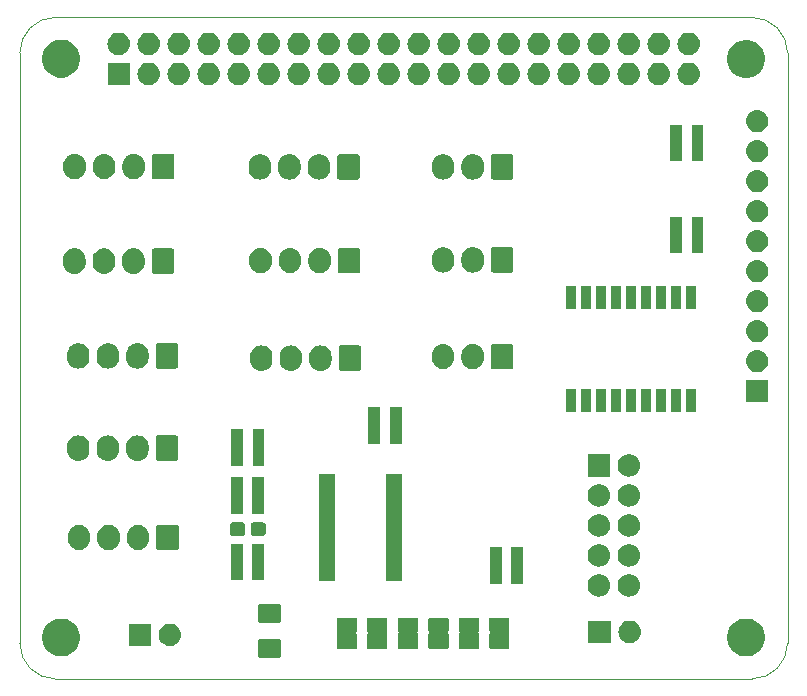
<source format=gbr>
%TF.GenerationSoftware,KiCad,Pcbnew,(5.0.1)-3*%
%TF.CreationDate,2019-02-10T12:01:05-05:00*%
%TF.ProjectId,reef-piHat,726565662D70694861742E6B69636164,rev?*%
%TF.SameCoordinates,Original*%
%TF.FileFunction,Soldermask,Top*%
%TF.FilePolarity,Negative*%
%FSLAX46Y46*%
G04 Gerber Fmt 4.6, Leading zero omitted, Abs format (unit mm)*
G04 Created by KiCad (PCBNEW (5.0.1)-3) date 2/10/2019 12:01:05 PM*
%MOMM*%
%LPD*%
G01*
G04 APERTURE LIST*
%ADD10C,0.100000*%
G04 APERTURE END LIST*
D10*
X78546356Y-63817611D02*
X78546356Y-113817611D01*
X78546356Y-63817611D02*
G75*
G02X81546356Y-60817611I3000000J0D01*
G01*
X140546356Y-60817611D02*
X81546356Y-60817611D01*
X140546356Y-60817611D02*
G75*
G02X143546356Y-63817611I0J-3000000D01*
G01*
X143546356Y-113817611D02*
X143546356Y-63817611D01*
X81546356Y-116817611D02*
G75*
G02X78546356Y-113817611I0J3000000D01*
G01*
X81546356Y-116817611D02*
X140546356Y-116817611D01*
X143546351Y-113822847D02*
G75*
G02X140546356Y-116817611I-2999995J5236D01*
G01*
G36*
X100505724Y-113444412D02*
X100543868Y-113455983D01*
X100579020Y-113474772D01*
X100609837Y-113500063D01*
X100635128Y-113530880D01*
X100653917Y-113566032D01*
X100665488Y-113604176D01*
X100670000Y-113649989D01*
X100670000Y-114854811D01*
X100665488Y-114900624D01*
X100653917Y-114938768D01*
X100635128Y-114973920D01*
X100609837Y-115004737D01*
X100579020Y-115030028D01*
X100543868Y-115048817D01*
X100505724Y-115060388D01*
X100459911Y-115064900D01*
X98930089Y-115064900D01*
X98884276Y-115060388D01*
X98846132Y-115048817D01*
X98810980Y-115030028D01*
X98780163Y-115004737D01*
X98754872Y-114973920D01*
X98736083Y-114938768D01*
X98724512Y-114900624D01*
X98720000Y-114854811D01*
X98720000Y-113649989D01*
X98724512Y-113604176D01*
X98736083Y-113566032D01*
X98754872Y-113530880D01*
X98780163Y-113500063D01*
X98810980Y-113474772D01*
X98846132Y-113455983D01*
X98884276Y-113444412D01*
X98930089Y-113439900D01*
X100459911Y-113439900D01*
X100505724Y-113444412D01*
X100505724Y-113444412D01*
G37*
G36*
X82506703Y-111781486D02*
X82797883Y-111902097D01*
X83059944Y-112077201D01*
X83282799Y-112300056D01*
X83457903Y-112562117D01*
X83578514Y-112853297D01*
X83640000Y-113162412D01*
X83640000Y-113477588D01*
X83578514Y-113786703D01*
X83457903Y-114077883D01*
X83282799Y-114339944D01*
X83059944Y-114562799D01*
X82797883Y-114737903D01*
X82506703Y-114858514D01*
X82197588Y-114920000D01*
X81882412Y-114920000D01*
X81573297Y-114858514D01*
X81282117Y-114737903D01*
X81020056Y-114562799D01*
X80797201Y-114339944D01*
X80622097Y-114077883D01*
X80501486Y-113786703D01*
X80440000Y-113477588D01*
X80440000Y-113162412D01*
X80501486Y-112853297D01*
X80622097Y-112562117D01*
X80797201Y-112300056D01*
X81020056Y-112077201D01*
X81282117Y-111902097D01*
X81573297Y-111781486D01*
X81882412Y-111720000D01*
X82197588Y-111720000D01*
X82506703Y-111781486D01*
X82506703Y-111781486D01*
G37*
G36*
X140496703Y-111771486D02*
X140787883Y-111892097D01*
X141049944Y-112067201D01*
X141272799Y-112290056D01*
X141447903Y-112552117D01*
X141568514Y-112843297D01*
X141630000Y-113152412D01*
X141630000Y-113467588D01*
X141568514Y-113776703D01*
X141447903Y-114067883D01*
X141272799Y-114329944D01*
X141049944Y-114552799D01*
X140787883Y-114727903D01*
X140496703Y-114848514D01*
X140187588Y-114910000D01*
X139872412Y-114910000D01*
X139563297Y-114848514D01*
X139272117Y-114727903D01*
X139010056Y-114552799D01*
X138787201Y-114329944D01*
X138612097Y-114067883D01*
X138491486Y-113776703D01*
X138430000Y-113467588D01*
X138430000Y-113152412D01*
X138491486Y-112843297D01*
X138612097Y-112552117D01*
X138787201Y-112290056D01*
X139010056Y-112067201D01*
X139272117Y-111892097D01*
X139563297Y-111771486D01*
X139872412Y-111710000D01*
X140187588Y-111710000D01*
X140496703Y-111771486D01*
X140496703Y-111771486D01*
G37*
G36*
X119921005Y-111641846D02*
X119939853Y-111647564D01*
X119957222Y-111656848D01*
X119972453Y-111669347D01*
X119984952Y-111684578D01*
X119994236Y-111701947D01*
X119999954Y-111720795D01*
X120002489Y-111746538D01*
X120002489Y-112734262D01*
X119999954Y-112760005D01*
X119994236Y-112778853D01*
X119984950Y-112796225D01*
X119972748Y-112811094D01*
X119959134Y-112831469D01*
X119949757Y-112854108D01*
X119944977Y-112878141D01*
X119944977Y-112902645D01*
X119949758Y-112926679D01*
X119959135Y-112949318D01*
X119972665Y-112969589D01*
X119985007Y-112984660D01*
X119994276Y-113002044D01*
X119999983Y-113020930D01*
X120002489Y-113046512D01*
X120002489Y-114184262D01*
X119999954Y-114210005D01*
X119994236Y-114228853D01*
X119984952Y-114246222D01*
X119972453Y-114261453D01*
X119957222Y-114273952D01*
X119939853Y-114283236D01*
X119921005Y-114288954D01*
X119895262Y-114291489D01*
X118407538Y-114291489D01*
X118381795Y-114288954D01*
X118362947Y-114283236D01*
X118345578Y-114273952D01*
X118330347Y-114261453D01*
X118317848Y-114246222D01*
X118308564Y-114228853D01*
X118302846Y-114210005D01*
X118300311Y-114184262D01*
X118300311Y-113046538D01*
X118302846Y-113020795D01*
X118308564Y-113001947D01*
X118317848Y-112984578D01*
X118317851Y-112984574D01*
X118330068Y-112969687D01*
X118343678Y-112949318D01*
X118353055Y-112926679D01*
X118357836Y-112902646D01*
X118357836Y-112878142D01*
X118353056Y-112854108D01*
X118343679Y-112831469D01*
X118329981Y-112810993D01*
X118317909Y-112796314D01*
X118308606Y-112778953D01*
X118308605Y-112778951D01*
X118302867Y-112760107D01*
X118300916Y-112740400D01*
X118300916Y-112740335D01*
X118300311Y-112734225D01*
X118300311Y-111746538D01*
X118302846Y-111720795D01*
X118308564Y-111701947D01*
X118317848Y-111684578D01*
X118330347Y-111669347D01*
X118345578Y-111656848D01*
X118362947Y-111647564D01*
X118381795Y-111641846D01*
X118407538Y-111639311D01*
X119895262Y-111639311D01*
X119921005Y-111641846D01*
X119921005Y-111641846D01*
G37*
G36*
X106992405Y-111641846D02*
X107011253Y-111647564D01*
X107028622Y-111656848D01*
X107043853Y-111669347D01*
X107056352Y-111684578D01*
X107065636Y-111701947D01*
X107071354Y-111720795D01*
X107073889Y-111746538D01*
X107073889Y-112734262D01*
X107071354Y-112760005D01*
X107065636Y-112778853D01*
X107056350Y-112796225D01*
X107044148Y-112811094D01*
X107030534Y-112831469D01*
X107021157Y-112854108D01*
X107016377Y-112878141D01*
X107016377Y-112902645D01*
X107021158Y-112926679D01*
X107030535Y-112949318D01*
X107044065Y-112969589D01*
X107056407Y-112984660D01*
X107065676Y-113002044D01*
X107071383Y-113020930D01*
X107073889Y-113046512D01*
X107073889Y-114184262D01*
X107071354Y-114210005D01*
X107065636Y-114228853D01*
X107056352Y-114246222D01*
X107043853Y-114261453D01*
X107028622Y-114273952D01*
X107011253Y-114283236D01*
X106992405Y-114288954D01*
X106966662Y-114291489D01*
X105478938Y-114291489D01*
X105453195Y-114288954D01*
X105434347Y-114283236D01*
X105416978Y-114273952D01*
X105401747Y-114261453D01*
X105389248Y-114246222D01*
X105379964Y-114228853D01*
X105374246Y-114210005D01*
X105371711Y-114184262D01*
X105371711Y-113046538D01*
X105374246Y-113020795D01*
X105379964Y-113001947D01*
X105389248Y-112984578D01*
X105389251Y-112984574D01*
X105401468Y-112969687D01*
X105415078Y-112949318D01*
X105424455Y-112926679D01*
X105429236Y-112902646D01*
X105429236Y-112878142D01*
X105424456Y-112854108D01*
X105415079Y-112831469D01*
X105401381Y-112810993D01*
X105389309Y-112796314D01*
X105380006Y-112778953D01*
X105380005Y-112778951D01*
X105374267Y-112760107D01*
X105372316Y-112740400D01*
X105372316Y-112740335D01*
X105371711Y-112734225D01*
X105371711Y-111746538D01*
X105374246Y-111720795D01*
X105379964Y-111701947D01*
X105389248Y-111684578D01*
X105401747Y-111669347D01*
X105416978Y-111656848D01*
X105434347Y-111647564D01*
X105453195Y-111641846D01*
X105478938Y-111639311D01*
X106966662Y-111639311D01*
X106992405Y-111641846D01*
X106992405Y-111641846D01*
G37*
G36*
X109583205Y-111641846D02*
X109602053Y-111647564D01*
X109619422Y-111656848D01*
X109634653Y-111669347D01*
X109647152Y-111684578D01*
X109656436Y-111701947D01*
X109662154Y-111720795D01*
X109664689Y-111746538D01*
X109664689Y-112734262D01*
X109662154Y-112760005D01*
X109656436Y-112778853D01*
X109647150Y-112796225D01*
X109634948Y-112811094D01*
X109621334Y-112831469D01*
X109611957Y-112854108D01*
X109607177Y-112878141D01*
X109607177Y-112902645D01*
X109611958Y-112926679D01*
X109621335Y-112949318D01*
X109634865Y-112969589D01*
X109647207Y-112984660D01*
X109656476Y-113002044D01*
X109662183Y-113020930D01*
X109664689Y-113046512D01*
X109664689Y-114184262D01*
X109662154Y-114210005D01*
X109656436Y-114228853D01*
X109647152Y-114246222D01*
X109634653Y-114261453D01*
X109619422Y-114273952D01*
X109602053Y-114283236D01*
X109583205Y-114288954D01*
X109557462Y-114291489D01*
X108069738Y-114291489D01*
X108043995Y-114288954D01*
X108025147Y-114283236D01*
X108007778Y-114273952D01*
X107992547Y-114261453D01*
X107980048Y-114246222D01*
X107970764Y-114228853D01*
X107965046Y-114210005D01*
X107962511Y-114184262D01*
X107962511Y-113046538D01*
X107965046Y-113020795D01*
X107970764Y-113001947D01*
X107980048Y-112984578D01*
X107980051Y-112984574D01*
X107992268Y-112969687D01*
X108005878Y-112949318D01*
X108015255Y-112926679D01*
X108020036Y-112902646D01*
X108020036Y-112878142D01*
X108015256Y-112854108D01*
X108005879Y-112831469D01*
X107992181Y-112810993D01*
X107980109Y-112796314D01*
X107970806Y-112778953D01*
X107970805Y-112778951D01*
X107965067Y-112760107D01*
X107963116Y-112740400D01*
X107963116Y-112740335D01*
X107962511Y-112734225D01*
X107962511Y-111746538D01*
X107965046Y-111720795D01*
X107970764Y-111701947D01*
X107980048Y-111684578D01*
X107992547Y-111669347D01*
X108007778Y-111656848D01*
X108025147Y-111647564D01*
X108043995Y-111641846D01*
X108069738Y-111639311D01*
X109557462Y-111639311D01*
X109583205Y-111641846D01*
X109583205Y-111641846D01*
G37*
G36*
X112174005Y-111641846D02*
X112192853Y-111647564D01*
X112210222Y-111656848D01*
X112225453Y-111669347D01*
X112237952Y-111684578D01*
X112247236Y-111701947D01*
X112252954Y-111720795D01*
X112255489Y-111746538D01*
X112255489Y-112734262D01*
X112252954Y-112760005D01*
X112247236Y-112778853D01*
X112237950Y-112796225D01*
X112225748Y-112811094D01*
X112212134Y-112831469D01*
X112202757Y-112854108D01*
X112197977Y-112878141D01*
X112197977Y-112902645D01*
X112202758Y-112926679D01*
X112212135Y-112949318D01*
X112225665Y-112969589D01*
X112238007Y-112984660D01*
X112247276Y-113002044D01*
X112252983Y-113020930D01*
X112255489Y-113046512D01*
X112255489Y-114184262D01*
X112252954Y-114210005D01*
X112247236Y-114228853D01*
X112237952Y-114246222D01*
X112225453Y-114261453D01*
X112210222Y-114273952D01*
X112192853Y-114283236D01*
X112174005Y-114288954D01*
X112148262Y-114291489D01*
X110660538Y-114291489D01*
X110634795Y-114288954D01*
X110615947Y-114283236D01*
X110598578Y-114273952D01*
X110583347Y-114261453D01*
X110570848Y-114246222D01*
X110561564Y-114228853D01*
X110555846Y-114210005D01*
X110553311Y-114184262D01*
X110553311Y-113046538D01*
X110555846Y-113020795D01*
X110561564Y-113001947D01*
X110570848Y-112984578D01*
X110570851Y-112984574D01*
X110583068Y-112969687D01*
X110596678Y-112949318D01*
X110606055Y-112926679D01*
X110610836Y-112902646D01*
X110610836Y-112878142D01*
X110606056Y-112854108D01*
X110596679Y-112831469D01*
X110582981Y-112810993D01*
X110570909Y-112796314D01*
X110561606Y-112778953D01*
X110561605Y-112778951D01*
X110555867Y-112760107D01*
X110553916Y-112740400D01*
X110553916Y-112740335D01*
X110553311Y-112734225D01*
X110553311Y-111746538D01*
X110555846Y-111720795D01*
X110561564Y-111701947D01*
X110570848Y-111684578D01*
X110583347Y-111669347D01*
X110598578Y-111656848D01*
X110615947Y-111647564D01*
X110634795Y-111641846D01*
X110660538Y-111639311D01*
X112148262Y-111639311D01*
X112174005Y-111641846D01*
X112174005Y-111641846D01*
G37*
G36*
X114764805Y-111641846D02*
X114783653Y-111647564D01*
X114801022Y-111656848D01*
X114816253Y-111669347D01*
X114828752Y-111684578D01*
X114838036Y-111701947D01*
X114843754Y-111720795D01*
X114846289Y-111746538D01*
X114846289Y-112734262D01*
X114843754Y-112760005D01*
X114838036Y-112778853D01*
X114828750Y-112796225D01*
X114816548Y-112811094D01*
X114802934Y-112831469D01*
X114793557Y-112854108D01*
X114788777Y-112878141D01*
X114788777Y-112902645D01*
X114793558Y-112926679D01*
X114802935Y-112949318D01*
X114816465Y-112969589D01*
X114828807Y-112984660D01*
X114838076Y-113002044D01*
X114843783Y-113020930D01*
X114846289Y-113046512D01*
X114846289Y-114184262D01*
X114843754Y-114210005D01*
X114838036Y-114228853D01*
X114828752Y-114246222D01*
X114816253Y-114261453D01*
X114801022Y-114273952D01*
X114783653Y-114283236D01*
X114764805Y-114288954D01*
X114739062Y-114291489D01*
X113251338Y-114291489D01*
X113225595Y-114288954D01*
X113206747Y-114283236D01*
X113189378Y-114273952D01*
X113174147Y-114261453D01*
X113161648Y-114246222D01*
X113152364Y-114228853D01*
X113146646Y-114210005D01*
X113144111Y-114184262D01*
X113144111Y-113046538D01*
X113146646Y-113020795D01*
X113152364Y-113001947D01*
X113161648Y-112984578D01*
X113161651Y-112984574D01*
X113173868Y-112969687D01*
X113187478Y-112949318D01*
X113196855Y-112926679D01*
X113201636Y-112902646D01*
X113201636Y-112878142D01*
X113196856Y-112854108D01*
X113187479Y-112831469D01*
X113173781Y-112810993D01*
X113161709Y-112796314D01*
X113152406Y-112778953D01*
X113152405Y-112778951D01*
X113146667Y-112760107D01*
X113144716Y-112740400D01*
X113144716Y-112740335D01*
X113144111Y-112734225D01*
X113144111Y-111746538D01*
X113146646Y-111720795D01*
X113152364Y-111701947D01*
X113161648Y-111684578D01*
X113174147Y-111669347D01*
X113189378Y-111656848D01*
X113206747Y-111647564D01*
X113225595Y-111641846D01*
X113251338Y-111639311D01*
X114739062Y-111639311D01*
X114764805Y-111641846D01*
X114764805Y-111641846D01*
G37*
G36*
X117355605Y-111641846D02*
X117374453Y-111647564D01*
X117391822Y-111656848D01*
X117407053Y-111669347D01*
X117419552Y-111684578D01*
X117428836Y-111701947D01*
X117434554Y-111720795D01*
X117437089Y-111746538D01*
X117437089Y-112734262D01*
X117434554Y-112760005D01*
X117428836Y-112778853D01*
X117419550Y-112796225D01*
X117407348Y-112811094D01*
X117393734Y-112831469D01*
X117384357Y-112854108D01*
X117379577Y-112878141D01*
X117379577Y-112902645D01*
X117384358Y-112926679D01*
X117393735Y-112949318D01*
X117407265Y-112969589D01*
X117419607Y-112984660D01*
X117428876Y-113002044D01*
X117434583Y-113020930D01*
X117437089Y-113046512D01*
X117437089Y-114184262D01*
X117434554Y-114210005D01*
X117428836Y-114228853D01*
X117419552Y-114246222D01*
X117407053Y-114261453D01*
X117391822Y-114273952D01*
X117374453Y-114283236D01*
X117355605Y-114288954D01*
X117329862Y-114291489D01*
X115842138Y-114291489D01*
X115816395Y-114288954D01*
X115797547Y-114283236D01*
X115780178Y-114273952D01*
X115764947Y-114261453D01*
X115752448Y-114246222D01*
X115743164Y-114228853D01*
X115737446Y-114210005D01*
X115734911Y-114184262D01*
X115734911Y-113046538D01*
X115737446Y-113020795D01*
X115743164Y-113001947D01*
X115752448Y-112984578D01*
X115752451Y-112984574D01*
X115764668Y-112969687D01*
X115778278Y-112949318D01*
X115787655Y-112926679D01*
X115792436Y-112902646D01*
X115792436Y-112878142D01*
X115787656Y-112854108D01*
X115778279Y-112831469D01*
X115764581Y-112810993D01*
X115752509Y-112796314D01*
X115743206Y-112778953D01*
X115743205Y-112778951D01*
X115737467Y-112760107D01*
X115735516Y-112740400D01*
X115735516Y-112740335D01*
X115734911Y-112734225D01*
X115734911Y-111746538D01*
X115737446Y-111720795D01*
X115743164Y-111701947D01*
X115752448Y-111684578D01*
X115764947Y-111669347D01*
X115780178Y-111656848D01*
X115797547Y-111647564D01*
X115816395Y-111641846D01*
X115842138Y-111639311D01*
X117329862Y-111639311D01*
X117355605Y-111641846D01*
X117355605Y-111641846D01*
G37*
G36*
X89659500Y-114043500D02*
X87759500Y-114043500D01*
X87759500Y-112143500D01*
X89659500Y-112143500D01*
X89659500Y-114043500D01*
X89659500Y-114043500D01*
G37*
G36*
X91365948Y-112150373D02*
X91435732Y-112157246D01*
X91525270Y-112184407D01*
X91614809Y-112211568D01*
X91779847Y-112299783D01*
X91924501Y-112418499D01*
X92043217Y-112563153D01*
X92131432Y-112728191D01*
X92141113Y-112760107D01*
X92185754Y-112907268D01*
X92198866Y-113040400D01*
X92204096Y-113093500D01*
X92185754Y-113279731D01*
X92131432Y-113458809D01*
X92043217Y-113623847D01*
X91924501Y-113768501D01*
X91779847Y-113887217D01*
X91614809Y-113975432D01*
X91525270Y-114002593D01*
X91435732Y-114029754D01*
X91365948Y-114036627D01*
X91296166Y-114043500D01*
X91202834Y-114043500D01*
X91133052Y-114036627D01*
X91063268Y-114029754D01*
X90973730Y-114002593D01*
X90884191Y-113975432D01*
X90719153Y-113887217D01*
X90574499Y-113768501D01*
X90455783Y-113623847D01*
X90367568Y-113458809D01*
X90313246Y-113279731D01*
X90294904Y-113093500D01*
X90300134Y-113040400D01*
X90313246Y-112907268D01*
X90357887Y-112760107D01*
X90367568Y-112728191D01*
X90455783Y-112563153D01*
X90574499Y-112418499D01*
X90719153Y-112299783D01*
X90884191Y-112211568D01*
X90973730Y-112184407D01*
X91063268Y-112157246D01*
X91133052Y-112150373D01*
X91202834Y-112143500D01*
X91296166Y-112143500D01*
X91365948Y-112150373D01*
X91365948Y-112150373D01*
G37*
G36*
X130361232Y-111903246D02*
X130450770Y-111930407D01*
X130540309Y-111957568D01*
X130705347Y-112045783D01*
X130850001Y-112164499D01*
X130968717Y-112309153D01*
X131056932Y-112474191D01*
X131056932Y-112474192D01*
X131111254Y-112653268D01*
X131129596Y-112839500D01*
X131111254Y-113025732D01*
X131090697Y-113093500D01*
X131056932Y-113204809D01*
X130968717Y-113369847D01*
X130850001Y-113514501D01*
X130705347Y-113633217D01*
X130540309Y-113721432D01*
X130450770Y-113748593D01*
X130361232Y-113775754D01*
X130221666Y-113789500D01*
X130128334Y-113789500D01*
X129988768Y-113775754D01*
X129899230Y-113748593D01*
X129809691Y-113721432D01*
X129644653Y-113633217D01*
X129499999Y-113514501D01*
X129381283Y-113369847D01*
X129293068Y-113204809D01*
X129259303Y-113093500D01*
X129238746Y-113025732D01*
X129220404Y-112839500D01*
X129238746Y-112653268D01*
X129293068Y-112474192D01*
X129293068Y-112474191D01*
X129381283Y-112309153D01*
X129499999Y-112164499D01*
X129644653Y-112045783D01*
X129809691Y-111957568D01*
X129899230Y-111930407D01*
X129988768Y-111903246D01*
X130128334Y-111889500D01*
X130221666Y-111889500D01*
X130361232Y-111903246D01*
X130361232Y-111903246D01*
G37*
G36*
X128585000Y-113789500D02*
X126685000Y-113789500D01*
X126685000Y-111889500D01*
X128585000Y-111889500D01*
X128585000Y-113789500D01*
X128585000Y-113789500D01*
G37*
G36*
X100505724Y-110469412D02*
X100543868Y-110480983D01*
X100579020Y-110499772D01*
X100609837Y-110525063D01*
X100635128Y-110555880D01*
X100653917Y-110591032D01*
X100665488Y-110629176D01*
X100670000Y-110674989D01*
X100670000Y-111879811D01*
X100665488Y-111925624D01*
X100653917Y-111963768D01*
X100635128Y-111998920D01*
X100609837Y-112029737D01*
X100579020Y-112055028D01*
X100543868Y-112073817D01*
X100505724Y-112085388D01*
X100459911Y-112089900D01*
X98930089Y-112089900D01*
X98884276Y-112085388D01*
X98846132Y-112073817D01*
X98810980Y-112055028D01*
X98780163Y-112029737D01*
X98754872Y-111998920D01*
X98736083Y-111963768D01*
X98724512Y-111925624D01*
X98720000Y-111879811D01*
X98720000Y-110674989D01*
X98724512Y-110629176D01*
X98736083Y-110591032D01*
X98754872Y-110555880D01*
X98780163Y-110525063D01*
X98810980Y-110499772D01*
X98846132Y-110480983D01*
X98884276Y-110469412D01*
X98930089Y-110464900D01*
X100459911Y-110464900D01*
X100505724Y-110469412D01*
X100505724Y-110469412D01*
G37*
G36*
X130297732Y-107966246D02*
X130387270Y-107993407D01*
X130476809Y-108020568D01*
X130641847Y-108108783D01*
X130786501Y-108227499D01*
X130905217Y-108372153D01*
X130993432Y-108537191D01*
X131047754Y-108716269D01*
X131066096Y-108902500D01*
X131047754Y-109088731D01*
X130993432Y-109267809D01*
X130905217Y-109432847D01*
X130786501Y-109577501D01*
X130641847Y-109696217D01*
X130476809Y-109784432D01*
X130387270Y-109811593D01*
X130297732Y-109838754D01*
X130158166Y-109852500D01*
X130064834Y-109852500D01*
X129925268Y-109838754D01*
X129835730Y-109811593D01*
X129746191Y-109784432D01*
X129581153Y-109696217D01*
X129436499Y-109577501D01*
X129317783Y-109432847D01*
X129229568Y-109267809D01*
X129175246Y-109088731D01*
X129156904Y-108902500D01*
X129175246Y-108716269D01*
X129229568Y-108537191D01*
X129317783Y-108372153D01*
X129436499Y-108227499D01*
X129581153Y-108108783D01*
X129746191Y-108020568D01*
X129835730Y-107993407D01*
X129925268Y-107966246D01*
X130064834Y-107952500D01*
X130158166Y-107952500D01*
X130297732Y-107966246D01*
X130297732Y-107966246D01*
G37*
G36*
X127757732Y-107966246D02*
X127847270Y-107993407D01*
X127936809Y-108020568D01*
X128101847Y-108108783D01*
X128246501Y-108227499D01*
X128365217Y-108372153D01*
X128453432Y-108537191D01*
X128507754Y-108716269D01*
X128526096Y-108902500D01*
X128507754Y-109088731D01*
X128453432Y-109267809D01*
X128365217Y-109432847D01*
X128246501Y-109577501D01*
X128101847Y-109696217D01*
X127936809Y-109784432D01*
X127847270Y-109811593D01*
X127757732Y-109838754D01*
X127618166Y-109852500D01*
X127524834Y-109852500D01*
X127385268Y-109838754D01*
X127295730Y-109811593D01*
X127206191Y-109784432D01*
X127041153Y-109696217D01*
X126896499Y-109577501D01*
X126777783Y-109432847D01*
X126689568Y-109267809D01*
X126635246Y-109088731D01*
X126616904Y-108902500D01*
X126635246Y-108716269D01*
X126689568Y-108537191D01*
X126777783Y-108372153D01*
X126896499Y-108227499D01*
X127041153Y-108108783D01*
X127206191Y-108020568D01*
X127295730Y-107993407D01*
X127385268Y-107966246D01*
X127524834Y-107952500D01*
X127618166Y-107952500D01*
X127757732Y-107966246D01*
X127757732Y-107966246D01*
G37*
G36*
X121150000Y-108757200D02*
X120150000Y-108757200D01*
X120150000Y-105657200D01*
X121150000Y-105657200D01*
X121150000Y-108757200D01*
X121150000Y-108757200D01*
G37*
G36*
X119350000Y-108757200D02*
X118350000Y-108757200D01*
X118350000Y-105657200D01*
X119350000Y-105657200D01*
X119350000Y-108757200D01*
X119350000Y-108757200D01*
G37*
G36*
X105191200Y-108512600D02*
X103891200Y-108512600D01*
X103891200Y-99462600D01*
X105191200Y-99462600D01*
X105191200Y-108512600D01*
X105191200Y-108512600D01*
G37*
G36*
X110891200Y-108512600D02*
X109591200Y-108512600D01*
X109591200Y-99462600D01*
X110891200Y-99462600D01*
X110891200Y-108512600D01*
X110891200Y-108512600D01*
G37*
G36*
X97401000Y-108490200D02*
X96401000Y-108490200D01*
X96401000Y-105390200D01*
X97401000Y-105390200D01*
X97401000Y-108490200D01*
X97401000Y-108490200D01*
G37*
G36*
X99201000Y-108490200D02*
X98201000Y-108490200D01*
X98201000Y-105390200D01*
X99201000Y-105390200D01*
X99201000Y-108490200D01*
X99201000Y-108490200D01*
G37*
G36*
X130297732Y-105426246D02*
X130387270Y-105453407D01*
X130476809Y-105480568D01*
X130641847Y-105568783D01*
X130786501Y-105687499D01*
X130905217Y-105832153D01*
X130993432Y-105997191D01*
X131047754Y-106176269D01*
X131066096Y-106362500D01*
X131047754Y-106548731D01*
X130993432Y-106727809D01*
X130905217Y-106892847D01*
X130786501Y-107037501D01*
X130641847Y-107156217D01*
X130476809Y-107244432D01*
X130416916Y-107262600D01*
X130297732Y-107298754D01*
X130227948Y-107305627D01*
X130158166Y-107312500D01*
X130064834Y-107312500D01*
X129995052Y-107305627D01*
X129925268Y-107298754D01*
X129806084Y-107262600D01*
X129746191Y-107244432D01*
X129581153Y-107156217D01*
X129436499Y-107037501D01*
X129317783Y-106892847D01*
X129229568Y-106727809D01*
X129175246Y-106548731D01*
X129156904Y-106362500D01*
X129175246Y-106176269D01*
X129229568Y-105997191D01*
X129317783Y-105832153D01*
X129436499Y-105687499D01*
X129581153Y-105568783D01*
X129746191Y-105480568D01*
X129835730Y-105453407D01*
X129925268Y-105426246D01*
X130064834Y-105412500D01*
X130158166Y-105412500D01*
X130297732Y-105426246D01*
X130297732Y-105426246D01*
G37*
G36*
X127757732Y-105426246D02*
X127847270Y-105453407D01*
X127936809Y-105480568D01*
X128101847Y-105568783D01*
X128246501Y-105687499D01*
X128365217Y-105832153D01*
X128453432Y-105997191D01*
X128507754Y-106176269D01*
X128526096Y-106362500D01*
X128507754Y-106548731D01*
X128453432Y-106727809D01*
X128365217Y-106892847D01*
X128246501Y-107037501D01*
X128101847Y-107156217D01*
X127936809Y-107244432D01*
X127876916Y-107262600D01*
X127757732Y-107298754D01*
X127687948Y-107305627D01*
X127618166Y-107312500D01*
X127524834Y-107312500D01*
X127455052Y-107305627D01*
X127385268Y-107298754D01*
X127266084Y-107262600D01*
X127206191Y-107244432D01*
X127041153Y-107156217D01*
X126896499Y-107037501D01*
X126777783Y-106892847D01*
X126689568Y-106727809D01*
X126635246Y-106548731D01*
X126616904Y-106362500D01*
X126635246Y-106176269D01*
X126689568Y-105997191D01*
X126777783Y-105832153D01*
X126896499Y-105687499D01*
X127041153Y-105568783D01*
X127206191Y-105480568D01*
X127295730Y-105453407D01*
X127385268Y-105426246D01*
X127524834Y-105412500D01*
X127618166Y-105412500D01*
X127757732Y-105426246D01*
X127757732Y-105426246D01*
G37*
G36*
X88745232Y-103777246D02*
X88807517Y-103796140D01*
X88924309Y-103831568D01*
X89089347Y-103919783D01*
X89234001Y-104038499D01*
X89352717Y-104183153D01*
X89352718Y-104183155D01*
X89440932Y-104348192D01*
X89495254Y-104527268D01*
X89495254Y-104527270D01*
X89509000Y-104666835D01*
X89509000Y-105010166D01*
X89495254Y-105149731D01*
X89440932Y-105328809D01*
X89352717Y-105493847D01*
X89234001Y-105638501D01*
X89089347Y-105757217D01*
X88924308Y-105845432D01*
X88834769Y-105872593D01*
X88745231Y-105899754D01*
X88559000Y-105918096D01*
X88372768Y-105899754D01*
X88283230Y-105872593D01*
X88193691Y-105845432D01*
X88028653Y-105757217D01*
X87883999Y-105638501D01*
X87765283Y-105493847D01*
X87677068Y-105328808D01*
X87649907Y-105239269D01*
X87622746Y-105149731D01*
X87609000Y-105010164D01*
X87609000Y-104666835D01*
X87622746Y-104527268D01*
X87675656Y-104352847D01*
X87677068Y-104348191D01*
X87765282Y-104183155D01*
X87883999Y-104038499D01*
X88008911Y-103935986D01*
X88028654Y-103919783D01*
X88193692Y-103831568D01*
X88310484Y-103796140D01*
X88372769Y-103777246D01*
X88559000Y-103758904D01*
X88745232Y-103777246D01*
X88745232Y-103777246D01*
G37*
G36*
X83745232Y-103777246D02*
X83807517Y-103796140D01*
X83924309Y-103831568D01*
X84089347Y-103919783D01*
X84234001Y-104038499D01*
X84352717Y-104183153D01*
X84352718Y-104183155D01*
X84440932Y-104348192D01*
X84495254Y-104527268D01*
X84495254Y-104527270D01*
X84509000Y-104666835D01*
X84509000Y-105010166D01*
X84495254Y-105149731D01*
X84440932Y-105328809D01*
X84352717Y-105493847D01*
X84234001Y-105638501D01*
X84089347Y-105757217D01*
X83924308Y-105845432D01*
X83834769Y-105872593D01*
X83745231Y-105899754D01*
X83559000Y-105918096D01*
X83372768Y-105899754D01*
X83283230Y-105872593D01*
X83193691Y-105845432D01*
X83028653Y-105757217D01*
X82883999Y-105638501D01*
X82765283Y-105493847D01*
X82677068Y-105328808D01*
X82649907Y-105239269D01*
X82622746Y-105149731D01*
X82609000Y-105010164D01*
X82609000Y-104666835D01*
X82622746Y-104527268D01*
X82675656Y-104352847D01*
X82677068Y-104348191D01*
X82765282Y-104183155D01*
X82883999Y-104038499D01*
X83008911Y-103935986D01*
X83028654Y-103919783D01*
X83193692Y-103831568D01*
X83310484Y-103796140D01*
X83372769Y-103777246D01*
X83559000Y-103758904D01*
X83745232Y-103777246D01*
X83745232Y-103777246D01*
G37*
G36*
X86245232Y-103777246D02*
X86307517Y-103796140D01*
X86424309Y-103831568D01*
X86589347Y-103919783D01*
X86734001Y-104038499D01*
X86852717Y-104183153D01*
X86852718Y-104183155D01*
X86940932Y-104348192D01*
X86995254Y-104527268D01*
X86995254Y-104527270D01*
X87009000Y-104666835D01*
X87009000Y-105010166D01*
X86995254Y-105149731D01*
X86940932Y-105328809D01*
X86852717Y-105493847D01*
X86734001Y-105638501D01*
X86589347Y-105757217D01*
X86424308Y-105845432D01*
X86334769Y-105872593D01*
X86245231Y-105899754D01*
X86059000Y-105918096D01*
X85872768Y-105899754D01*
X85783230Y-105872593D01*
X85693691Y-105845432D01*
X85528653Y-105757217D01*
X85383999Y-105638501D01*
X85265283Y-105493847D01*
X85177068Y-105328808D01*
X85149907Y-105239269D01*
X85122746Y-105149731D01*
X85109000Y-105010164D01*
X85109000Y-104666835D01*
X85122746Y-104527268D01*
X85175656Y-104352847D01*
X85177068Y-104348191D01*
X85265282Y-104183155D01*
X85383999Y-104038499D01*
X85508911Y-103935986D01*
X85528654Y-103919783D01*
X85693692Y-103831568D01*
X85810484Y-103796140D01*
X85872769Y-103777246D01*
X86059000Y-103758904D01*
X86245232Y-103777246D01*
X86245232Y-103777246D01*
G37*
G36*
X91855001Y-103767766D02*
X91890753Y-103778611D01*
X91923698Y-103796221D01*
X91952578Y-103819922D01*
X91976279Y-103848802D01*
X91993889Y-103881747D01*
X92004734Y-103917499D01*
X92009000Y-103960816D01*
X92009000Y-105716184D01*
X92004734Y-105759501D01*
X91993889Y-105795253D01*
X91976279Y-105828198D01*
X91952578Y-105857078D01*
X91923698Y-105880779D01*
X91890753Y-105898389D01*
X91855001Y-105909234D01*
X91811684Y-105913500D01*
X90306316Y-105913500D01*
X90262999Y-105909234D01*
X90227247Y-105898389D01*
X90194302Y-105880779D01*
X90165422Y-105857078D01*
X90141721Y-105828198D01*
X90124111Y-105795253D01*
X90113266Y-105759501D01*
X90109000Y-105716184D01*
X90109000Y-103960816D01*
X90113266Y-103917499D01*
X90124111Y-103881747D01*
X90141721Y-103848802D01*
X90165422Y-103819922D01*
X90194302Y-103796221D01*
X90227247Y-103778611D01*
X90262999Y-103767766D01*
X90306316Y-103763500D01*
X91811684Y-103763500D01*
X91855001Y-103767766D01*
X91855001Y-103767766D01*
G37*
G36*
X127757732Y-102886246D02*
X127847270Y-102913407D01*
X127936809Y-102940568D01*
X128101847Y-103028783D01*
X128246501Y-103147499D01*
X128365217Y-103292153D01*
X128453432Y-103457191D01*
X128453432Y-103457192D01*
X128507754Y-103636268D01*
X128526096Y-103822500D01*
X128507754Y-104008732D01*
X128480593Y-104098270D01*
X128453432Y-104187809D01*
X128365217Y-104352847D01*
X128246501Y-104497501D01*
X128101847Y-104616217D01*
X127936809Y-104704432D01*
X127847270Y-104731593D01*
X127757732Y-104758754D01*
X127618166Y-104772500D01*
X127524834Y-104772500D01*
X127385268Y-104758754D01*
X127295730Y-104731593D01*
X127206191Y-104704432D01*
X127041153Y-104616217D01*
X126896499Y-104497501D01*
X126777783Y-104352847D01*
X126689568Y-104187809D01*
X126662407Y-104098270D01*
X126635246Y-104008732D01*
X126616904Y-103822500D01*
X126635246Y-103636268D01*
X126689568Y-103457192D01*
X126689568Y-103457191D01*
X126777783Y-103292153D01*
X126896499Y-103147499D01*
X127041153Y-103028783D01*
X127206191Y-102940568D01*
X127295730Y-102913407D01*
X127385268Y-102886246D01*
X127524834Y-102872500D01*
X127618166Y-102872500D01*
X127757732Y-102886246D01*
X127757732Y-102886246D01*
G37*
G36*
X130297732Y-102886246D02*
X130387270Y-102913407D01*
X130476809Y-102940568D01*
X130641847Y-103028783D01*
X130786501Y-103147499D01*
X130905217Y-103292153D01*
X130993432Y-103457191D01*
X130993432Y-103457192D01*
X131047754Y-103636268D01*
X131066096Y-103822500D01*
X131047754Y-104008732D01*
X131020593Y-104098270D01*
X130993432Y-104187809D01*
X130905217Y-104352847D01*
X130786501Y-104497501D01*
X130641847Y-104616217D01*
X130476809Y-104704432D01*
X130387270Y-104731593D01*
X130297732Y-104758754D01*
X130158166Y-104772500D01*
X130064834Y-104772500D01*
X129925268Y-104758754D01*
X129835730Y-104731593D01*
X129746191Y-104704432D01*
X129581153Y-104616217D01*
X129436499Y-104497501D01*
X129317783Y-104352847D01*
X129229568Y-104187809D01*
X129202407Y-104098270D01*
X129175246Y-104008732D01*
X129156904Y-103822500D01*
X129175246Y-103636268D01*
X129229568Y-103457192D01*
X129229568Y-103457191D01*
X129317783Y-103292153D01*
X129436499Y-103147499D01*
X129581153Y-103028783D01*
X129746191Y-102940568D01*
X129835730Y-102913407D01*
X129925268Y-102886246D01*
X130064834Y-102872500D01*
X130158166Y-102872500D01*
X130297732Y-102886246D01*
X130297732Y-102886246D01*
G37*
G36*
X99173579Y-103569916D02*
X99215670Y-103582685D01*
X99254466Y-103603422D01*
X99288471Y-103631329D01*
X99316378Y-103665334D01*
X99337115Y-103704130D01*
X99349884Y-103746221D01*
X99354800Y-103796140D01*
X99354800Y-104483860D01*
X99349884Y-104533779D01*
X99337115Y-104575870D01*
X99316378Y-104614666D01*
X99288471Y-104648671D01*
X99254466Y-104676578D01*
X99215670Y-104697315D01*
X99173579Y-104710084D01*
X99123660Y-104715000D01*
X98335940Y-104715000D01*
X98286021Y-104710084D01*
X98243930Y-104697315D01*
X98205134Y-104676578D01*
X98171129Y-104648671D01*
X98143222Y-104614666D01*
X98122485Y-104575870D01*
X98109716Y-104533779D01*
X98104800Y-104483860D01*
X98104800Y-103796140D01*
X98109716Y-103746221D01*
X98122485Y-103704130D01*
X98143222Y-103665334D01*
X98171129Y-103631329D01*
X98205134Y-103603422D01*
X98243930Y-103582685D01*
X98286021Y-103569916D01*
X98335940Y-103565000D01*
X99123660Y-103565000D01*
X99173579Y-103569916D01*
X99173579Y-103569916D01*
G37*
G36*
X97423579Y-103569916D02*
X97465670Y-103582685D01*
X97504466Y-103603422D01*
X97538471Y-103631329D01*
X97566378Y-103665334D01*
X97587115Y-103704130D01*
X97599884Y-103746221D01*
X97604800Y-103796140D01*
X97604800Y-104483860D01*
X97599884Y-104533779D01*
X97587115Y-104575870D01*
X97566378Y-104614666D01*
X97538471Y-104648671D01*
X97504466Y-104676578D01*
X97465670Y-104697315D01*
X97423579Y-104710084D01*
X97373660Y-104715000D01*
X96585940Y-104715000D01*
X96536021Y-104710084D01*
X96493930Y-104697315D01*
X96455134Y-104676578D01*
X96421129Y-104648671D01*
X96393222Y-104614666D01*
X96372485Y-104575870D01*
X96359716Y-104533779D01*
X96354800Y-104483860D01*
X96354800Y-103796140D01*
X96359716Y-103746221D01*
X96372485Y-103704130D01*
X96393222Y-103665334D01*
X96421129Y-103631329D01*
X96455134Y-103603422D01*
X96493930Y-103582685D01*
X96536021Y-103569916D01*
X96585940Y-103565000D01*
X97373660Y-103565000D01*
X97423579Y-103569916D01*
X97423579Y-103569916D01*
G37*
G36*
X97401000Y-102839000D02*
X96401000Y-102839000D01*
X96401000Y-99739000D01*
X97401000Y-99739000D01*
X97401000Y-102839000D01*
X97401000Y-102839000D01*
G37*
G36*
X99201000Y-102839000D02*
X98201000Y-102839000D01*
X98201000Y-99739000D01*
X99201000Y-99739000D01*
X99201000Y-102839000D01*
X99201000Y-102839000D01*
G37*
G36*
X130297732Y-100346246D02*
X130387270Y-100373407D01*
X130476809Y-100400568D01*
X130641847Y-100488783D01*
X130786501Y-100607499D01*
X130905217Y-100752153D01*
X130993432Y-100917191D01*
X131047754Y-101096269D01*
X131066096Y-101282500D01*
X131047754Y-101468731D01*
X130993432Y-101647809D01*
X130905217Y-101812847D01*
X130786501Y-101957501D01*
X130641847Y-102076217D01*
X130476809Y-102164432D01*
X130387270Y-102191593D01*
X130297732Y-102218754D01*
X130227948Y-102225627D01*
X130158166Y-102232500D01*
X130064834Y-102232500D01*
X129925268Y-102218754D01*
X129835730Y-102191593D01*
X129746191Y-102164432D01*
X129581153Y-102076217D01*
X129436499Y-101957501D01*
X129317783Y-101812847D01*
X129229568Y-101647809D01*
X129175246Y-101468731D01*
X129156904Y-101282500D01*
X129175246Y-101096269D01*
X129229568Y-100917191D01*
X129317783Y-100752153D01*
X129436499Y-100607499D01*
X129581153Y-100488783D01*
X129746191Y-100400568D01*
X129835730Y-100373407D01*
X129925268Y-100346246D01*
X129995052Y-100339373D01*
X130064834Y-100332500D01*
X130158166Y-100332500D01*
X130297732Y-100346246D01*
X130297732Y-100346246D01*
G37*
G36*
X127757732Y-100346246D02*
X127847270Y-100373407D01*
X127936809Y-100400568D01*
X128101847Y-100488783D01*
X128246501Y-100607499D01*
X128365217Y-100752153D01*
X128453432Y-100917191D01*
X128507754Y-101096269D01*
X128526096Y-101282500D01*
X128507754Y-101468731D01*
X128453432Y-101647809D01*
X128365217Y-101812847D01*
X128246501Y-101957501D01*
X128101847Y-102076217D01*
X127936809Y-102164432D01*
X127847270Y-102191593D01*
X127757732Y-102218754D01*
X127687948Y-102225627D01*
X127618166Y-102232500D01*
X127524834Y-102232500D01*
X127385268Y-102218754D01*
X127295730Y-102191593D01*
X127206191Y-102164432D01*
X127041153Y-102076217D01*
X126896499Y-101957501D01*
X126777783Y-101812847D01*
X126689568Y-101647809D01*
X126635246Y-101468731D01*
X126616904Y-101282500D01*
X126635246Y-101096269D01*
X126689568Y-100917191D01*
X126777783Y-100752153D01*
X126896499Y-100607499D01*
X127041153Y-100488783D01*
X127206191Y-100400568D01*
X127295730Y-100373407D01*
X127385268Y-100346246D01*
X127455052Y-100339373D01*
X127524834Y-100332500D01*
X127618166Y-100332500D01*
X127757732Y-100346246D01*
X127757732Y-100346246D01*
G37*
G36*
X130297732Y-97806246D02*
X130387270Y-97833407D01*
X130476809Y-97860568D01*
X130641847Y-97948783D01*
X130786501Y-98067499D01*
X130905217Y-98212153D01*
X130993432Y-98377191D01*
X131047754Y-98556269D01*
X131066096Y-98742500D01*
X131047754Y-98928731D01*
X130993432Y-99107809D01*
X130905217Y-99272847D01*
X130786501Y-99417501D01*
X130641847Y-99536217D01*
X130476809Y-99624432D01*
X130387270Y-99651593D01*
X130297732Y-99678754D01*
X130227948Y-99685627D01*
X130158166Y-99692500D01*
X130064834Y-99692500D01*
X129995052Y-99685627D01*
X129925268Y-99678754D01*
X129835730Y-99651593D01*
X129746191Y-99624432D01*
X129581153Y-99536217D01*
X129436499Y-99417501D01*
X129317783Y-99272847D01*
X129229568Y-99107809D01*
X129175246Y-98928731D01*
X129156904Y-98742500D01*
X129175246Y-98556269D01*
X129229568Y-98377191D01*
X129317783Y-98212153D01*
X129436499Y-98067499D01*
X129581153Y-97948783D01*
X129746191Y-97860568D01*
X129835730Y-97833407D01*
X129925268Y-97806246D01*
X130064834Y-97792500D01*
X130158166Y-97792500D01*
X130297732Y-97806246D01*
X130297732Y-97806246D01*
G37*
G36*
X128521500Y-99692500D02*
X126621500Y-99692500D01*
X126621500Y-97792500D01*
X128521500Y-97792500D01*
X128521500Y-99692500D01*
X128521500Y-99692500D01*
G37*
G36*
X99253500Y-98768500D02*
X98253500Y-98768500D01*
X98253500Y-95668500D01*
X99253500Y-95668500D01*
X99253500Y-98768500D01*
X99253500Y-98768500D01*
G37*
G36*
X97453500Y-98768500D02*
X96453500Y-98768500D01*
X96453500Y-95668500D01*
X97453500Y-95668500D01*
X97453500Y-98768500D01*
X97453500Y-98768500D01*
G37*
G36*
X88681732Y-96220746D02*
X88744284Y-96239721D01*
X88860809Y-96275068D01*
X89025847Y-96363283D01*
X89170501Y-96481999D01*
X89289217Y-96626653D01*
X89289218Y-96626655D01*
X89377432Y-96791692D01*
X89431754Y-96970768D01*
X89431754Y-96970770D01*
X89445500Y-97110335D01*
X89445500Y-97453666D01*
X89431754Y-97593231D01*
X89377432Y-97772309D01*
X89289217Y-97937347D01*
X89170501Y-98082001D01*
X89025847Y-98200717D01*
X88860808Y-98288932D01*
X88771269Y-98316093D01*
X88681731Y-98343254D01*
X88495500Y-98361596D01*
X88309268Y-98343254D01*
X88219730Y-98316093D01*
X88130191Y-98288932D01*
X87965153Y-98200717D01*
X87820499Y-98082001D01*
X87701783Y-97937347D01*
X87613568Y-97772308D01*
X87586407Y-97682769D01*
X87559246Y-97593231D01*
X87545500Y-97453664D01*
X87545500Y-97110335D01*
X87559246Y-96970768D01*
X87613568Y-96791692D01*
X87613568Y-96791691D01*
X87657675Y-96709174D01*
X87701782Y-96626655D01*
X87820499Y-96481999D01*
X87945411Y-96379486D01*
X87965154Y-96363283D01*
X88130192Y-96275068D01*
X88246717Y-96239721D01*
X88309269Y-96220746D01*
X88495500Y-96202404D01*
X88681732Y-96220746D01*
X88681732Y-96220746D01*
G37*
G36*
X83681732Y-96220746D02*
X83744284Y-96239721D01*
X83860809Y-96275068D01*
X84025847Y-96363283D01*
X84170501Y-96481999D01*
X84289217Y-96626653D01*
X84289218Y-96626655D01*
X84377432Y-96791692D01*
X84431754Y-96970768D01*
X84431754Y-96970770D01*
X84445500Y-97110335D01*
X84445500Y-97453666D01*
X84431754Y-97593231D01*
X84377432Y-97772309D01*
X84289217Y-97937347D01*
X84170501Y-98082001D01*
X84025847Y-98200717D01*
X83860808Y-98288932D01*
X83771269Y-98316093D01*
X83681731Y-98343254D01*
X83495500Y-98361596D01*
X83309268Y-98343254D01*
X83219730Y-98316093D01*
X83130191Y-98288932D01*
X82965153Y-98200717D01*
X82820499Y-98082001D01*
X82701783Y-97937347D01*
X82613568Y-97772308D01*
X82586407Y-97682769D01*
X82559246Y-97593231D01*
X82545500Y-97453664D01*
X82545500Y-97110335D01*
X82559246Y-96970768D01*
X82613568Y-96791692D01*
X82613568Y-96791691D01*
X82657675Y-96709174D01*
X82701782Y-96626655D01*
X82820499Y-96481999D01*
X82945411Y-96379486D01*
X82965154Y-96363283D01*
X83130192Y-96275068D01*
X83246717Y-96239721D01*
X83309269Y-96220746D01*
X83495500Y-96202404D01*
X83681732Y-96220746D01*
X83681732Y-96220746D01*
G37*
G36*
X86181732Y-96220746D02*
X86244284Y-96239721D01*
X86360809Y-96275068D01*
X86525847Y-96363283D01*
X86670501Y-96481999D01*
X86789217Y-96626653D01*
X86789218Y-96626655D01*
X86877432Y-96791692D01*
X86931754Y-96970768D01*
X86931754Y-96970770D01*
X86945500Y-97110335D01*
X86945500Y-97453666D01*
X86931754Y-97593231D01*
X86877432Y-97772309D01*
X86789217Y-97937347D01*
X86670501Y-98082001D01*
X86525847Y-98200717D01*
X86360808Y-98288932D01*
X86271269Y-98316093D01*
X86181731Y-98343254D01*
X85995500Y-98361596D01*
X85809268Y-98343254D01*
X85719730Y-98316093D01*
X85630191Y-98288932D01*
X85465153Y-98200717D01*
X85320499Y-98082001D01*
X85201783Y-97937347D01*
X85113568Y-97772308D01*
X85086407Y-97682769D01*
X85059246Y-97593231D01*
X85045500Y-97453664D01*
X85045500Y-97110335D01*
X85059246Y-96970768D01*
X85113568Y-96791692D01*
X85113568Y-96791691D01*
X85157675Y-96709174D01*
X85201782Y-96626655D01*
X85320499Y-96481999D01*
X85445411Y-96379486D01*
X85465154Y-96363283D01*
X85630192Y-96275068D01*
X85746717Y-96239721D01*
X85809269Y-96220746D01*
X85995500Y-96202404D01*
X86181732Y-96220746D01*
X86181732Y-96220746D01*
G37*
G36*
X91791501Y-96211266D02*
X91827253Y-96222111D01*
X91860198Y-96239721D01*
X91889078Y-96263422D01*
X91912779Y-96292302D01*
X91930389Y-96325247D01*
X91941234Y-96360999D01*
X91945500Y-96404316D01*
X91945500Y-98159684D01*
X91941234Y-98203001D01*
X91930389Y-98238753D01*
X91912779Y-98271698D01*
X91889078Y-98300578D01*
X91860198Y-98324279D01*
X91827253Y-98341889D01*
X91791501Y-98352734D01*
X91748184Y-98357000D01*
X90242816Y-98357000D01*
X90199499Y-98352734D01*
X90163747Y-98341889D01*
X90130802Y-98324279D01*
X90101922Y-98300578D01*
X90078221Y-98271698D01*
X90060611Y-98238753D01*
X90049766Y-98203001D01*
X90045500Y-98159684D01*
X90045500Y-96404316D01*
X90049766Y-96360999D01*
X90060611Y-96325247D01*
X90078221Y-96292302D01*
X90101922Y-96263422D01*
X90130802Y-96239721D01*
X90163747Y-96222111D01*
X90199499Y-96211266D01*
X90242816Y-96207000D01*
X91748184Y-96207000D01*
X91791501Y-96211266D01*
X91791501Y-96211266D01*
G37*
G36*
X109063000Y-96907800D02*
X108063000Y-96907800D01*
X108063000Y-93807800D01*
X109063000Y-93807800D01*
X109063000Y-96907800D01*
X109063000Y-96907800D01*
G37*
G36*
X110863000Y-96907800D02*
X109863000Y-96907800D01*
X109863000Y-93807800D01*
X110863000Y-93807800D01*
X110863000Y-96907800D01*
X110863000Y-96907800D01*
G37*
G36*
X131972000Y-94225000D02*
X131172000Y-94225000D01*
X131172000Y-92300000D01*
X131972000Y-92300000D01*
X131972000Y-94225000D01*
X131972000Y-94225000D01*
G37*
G36*
X125622000Y-94225000D02*
X124822000Y-94225000D01*
X124822000Y-92300000D01*
X125622000Y-92300000D01*
X125622000Y-94225000D01*
X125622000Y-94225000D01*
G37*
G36*
X129432000Y-94225000D02*
X128632000Y-94225000D01*
X128632000Y-92300000D01*
X129432000Y-92300000D01*
X129432000Y-94225000D01*
X129432000Y-94225000D01*
G37*
G36*
X126892000Y-94225000D02*
X126092000Y-94225000D01*
X126092000Y-92300000D01*
X126892000Y-92300000D01*
X126892000Y-94225000D01*
X126892000Y-94225000D01*
G37*
G36*
X128162000Y-94225000D02*
X127362000Y-94225000D01*
X127362000Y-92300000D01*
X128162000Y-92300000D01*
X128162000Y-94225000D01*
X128162000Y-94225000D01*
G37*
G36*
X135782000Y-94225000D02*
X134982000Y-94225000D01*
X134982000Y-92300000D01*
X135782000Y-92300000D01*
X135782000Y-94225000D01*
X135782000Y-94225000D01*
G37*
G36*
X134512000Y-94225000D02*
X133712000Y-94225000D01*
X133712000Y-92300000D01*
X134512000Y-92300000D01*
X134512000Y-94225000D01*
X134512000Y-94225000D01*
G37*
G36*
X130702000Y-94225000D02*
X129902000Y-94225000D01*
X129902000Y-92300000D01*
X130702000Y-92300000D01*
X130702000Y-94225000D01*
X130702000Y-94225000D01*
G37*
G36*
X133242000Y-94225000D02*
X132442000Y-94225000D01*
X132442000Y-92300000D01*
X133242000Y-92300000D01*
X133242000Y-94225000D01*
X133242000Y-94225000D01*
G37*
G36*
X141920000Y-93406000D02*
X140020000Y-93406000D01*
X140020000Y-91506000D01*
X141920000Y-91506000D01*
X141920000Y-93406000D01*
X141920000Y-93406000D01*
G37*
G36*
X141086448Y-88972873D02*
X141156232Y-88979746D01*
X141244933Y-89006653D01*
X141335309Y-89034068D01*
X141500347Y-89122283D01*
X141645001Y-89240999D01*
X141763717Y-89385653D01*
X141851932Y-89550691D01*
X141906254Y-89729769D01*
X141924596Y-89916000D01*
X141906254Y-90102231D01*
X141851932Y-90281309D01*
X141763717Y-90446347D01*
X141645001Y-90591001D01*
X141500347Y-90709717D01*
X141335309Y-90797932D01*
X141245770Y-90825093D01*
X141156232Y-90852254D01*
X141086448Y-90859127D01*
X141016666Y-90866000D01*
X140923334Y-90866000D01*
X140853552Y-90859127D01*
X140783768Y-90852254D01*
X140694230Y-90825093D01*
X140604691Y-90797932D01*
X140439653Y-90709717D01*
X140294999Y-90591001D01*
X140176283Y-90446347D01*
X140088068Y-90281309D01*
X140033746Y-90102231D01*
X140015404Y-89916000D01*
X140033746Y-89729769D01*
X140088068Y-89550691D01*
X140176283Y-89385653D01*
X140294999Y-89240999D01*
X140439653Y-89122283D01*
X140604691Y-89034068D01*
X140695067Y-89006653D01*
X140783768Y-88979746D01*
X140853552Y-88972873D01*
X140923334Y-88966000D01*
X141016666Y-88966000D01*
X141086448Y-88972873D01*
X141086448Y-88972873D01*
G37*
G36*
X104175732Y-88600746D02*
X104265270Y-88627907D01*
X104354809Y-88655068D01*
X104519847Y-88743283D01*
X104664501Y-88861999D01*
X104783217Y-89006653D01*
X104783218Y-89006655D01*
X104871432Y-89171692D01*
X104925754Y-89350769D01*
X104926992Y-89363335D01*
X104939500Y-89490335D01*
X104939500Y-89833666D01*
X104925754Y-89973231D01*
X104871432Y-90152309D01*
X104783217Y-90317347D01*
X104664501Y-90462001D01*
X104519847Y-90580717D01*
X104354808Y-90668932D01*
X104265269Y-90696093D01*
X104175731Y-90723254D01*
X103989500Y-90741596D01*
X103803268Y-90723254D01*
X103713730Y-90696093D01*
X103624191Y-90668932D01*
X103459153Y-90580717D01*
X103314499Y-90462001D01*
X103195783Y-90317347D01*
X103107568Y-90152308D01*
X103069043Y-90025307D01*
X103053246Y-89973231D01*
X103039500Y-89833664D01*
X103039500Y-89490335D01*
X103053246Y-89350768D01*
X103107568Y-89171692D01*
X103107568Y-89171691D01*
X103175451Y-89044692D01*
X103195782Y-89006655D01*
X103314499Y-88861999D01*
X103439411Y-88759486D01*
X103459154Y-88743283D01*
X103624192Y-88655068D01*
X103713731Y-88627907D01*
X103803269Y-88600746D01*
X103989500Y-88582404D01*
X104175732Y-88600746D01*
X104175732Y-88600746D01*
G37*
G36*
X101675732Y-88600746D02*
X101765270Y-88627907D01*
X101854809Y-88655068D01*
X102019847Y-88743283D01*
X102164501Y-88861999D01*
X102283217Y-89006653D01*
X102283218Y-89006655D01*
X102371432Y-89171692D01*
X102425754Y-89350769D01*
X102426992Y-89363335D01*
X102439500Y-89490335D01*
X102439500Y-89833666D01*
X102425754Y-89973231D01*
X102371432Y-90152309D01*
X102283217Y-90317347D01*
X102164501Y-90462001D01*
X102019847Y-90580717D01*
X101854808Y-90668932D01*
X101765269Y-90696093D01*
X101675731Y-90723254D01*
X101489500Y-90741596D01*
X101303268Y-90723254D01*
X101213730Y-90696093D01*
X101124191Y-90668932D01*
X100959153Y-90580717D01*
X100814499Y-90462001D01*
X100695783Y-90317347D01*
X100607568Y-90152308D01*
X100569043Y-90025307D01*
X100553246Y-89973231D01*
X100539500Y-89833664D01*
X100539500Y-89490335D01*
X100553246Y-89350768D01*
X100607568Y-89171692D01*
X100607568Y-89171691D01*
X100675451Y-89044692D01*
X100695782Y-89006655D01*
X100814499Y-88861999D01*
X100939411Y-88759486D01*
X100959154Y-88743283D01*
X101124192Y-88655068D01*
X101213731Y-88627907D01*
X101303269Y-88600746D01*
X101489500Y-88582404D01*
X101675732Y-88600746D01*
X101675732Y-88600746D01*
G37*
G36*
X99175732Y-88600746D02*
X99265270Y-88627907D01*
X99354809Y-88655068D01*
X99519847Y-88743283D01*
X99664501Y-88861999D01*
X99783217Y-89006653D01*
X99783218Y-89006655D01*
X99871432Y-89171692D01*
X99925754Y-89350769D01*
X99926992Y-89363335D01*
X99939500Y-89490335D01*
X99939500Y-89833666D01*
X99925754Y-89973231D01*
X99871432Y-90152309D01*
X99783217Y-90317347D01*
X99664501Y-90462001D01*
X99519847Y-90580717D01*
X99354808Y-90668932D01*
X99265269Y-90696093D01*
X99175731Y-90723254D01*
X98989500Y-90741596D01*
X98803268Y-90723254D01*
X98713730Y-90696093D01*
X98624191Y-90668932D01*
X98459153Y-90580717D01*
X98314499Y-90462001D01*
X98195783Y-90317347D01*
X98107568Y-90152308D01*
X98069043Y-90025307D01*
X98053246Y-89973231D01*
X98039500Y-89833664D01*
X98039500Y-89490335D01*
X98053246Y-89350768D01*
X98107568Y-89171692D01*
X98107568Y-89171691D01*
X98175451Y-89044692D01*
X98195782Y-89006655D01*
X98314499Y-88861999D01*
X98439411Y-88759486D01*
X98459154Y-88743283D01*
X98624192Y-88655068D01*
X98713731Y-88627907D01*
X98803269Y-88600746D01*
X98989500Y-88582404D01*
X99175732Y-88600746D01*
X99175732Y-88600746D01*
G37*
G36*
X107285501Y-88591266D02*
X107321253Y-88602111D01*
X107354198Y-88619721D01*
X107383078Y-88643422D01*
X107406779Y-88672302D01*
X107424389Y-88705247D01*
X107435234Y-88740999D01*
X107439500Y-88784316D01*
X107439500Y-90539684D01*
X107435234Y-90583001D01*
X107424389Y-90618753D01*
X107406779Y-90651698D01*
X107383078Y-90680578D01*
X107354198Y-90704279D01*
X107321253Y-90721889D01*
X107285501Y-90732734D01*
X107242184Y-90737000D01*
X105736816Y-90737000D01*
X105693499Y-90732734D01*
X105657747Y-90721889D01*
X105624802Y-90704279D01*
X105595922Y-90680578D01*
X105572221Y-90651698D01*
X105554611Y-90618753D01*
X105543766Y-90583001D01*
X105539500Y-90539684D01*
X105539500Y-88784316D01*
X105543766Y-88740999D01*
X105554611Y-88705247D01*
X105572221Y-88672302D01*
X105595922Y-88643422D01*
X105624802Y-88619721D01*
X105657747Y-88602111D01*
X105693499Y-88591266D01*
X105736816Y-88587000D01*
X107242184Y-88587000D01*
X107285501Y-88591266D01*
X107285501Y-88591266D01*
G37*
G36*
X114566232Y-88473746D02*
X114628784Y-88492721D01*
X114745309Y-88528068D01*
X114910347Y-88616283D01*
X115055001Y-88734999D01*
X115173717Y-88879653D01*
X115173718Y-88879655D01*
X115261932Y-89044692D01*
X115316254Y-89223768D01*
X115316254Y-89223770D01*
X115330000Y-89363335D01*
X115330000Y-89706666D01*
X115316254Y-89846231D01*
X115261932Y-90025309D01*
X115173717Y-90190347D01*
X115055001Y-90335001D01*
X114910347Y-90453717D01*
X114745308Y-90541932D01*
X114670864Y-90564514D01*
X114566231Y-90596254D01*
X114380000Y-90614596D01*
X114193768Y-90596254D01*
X114089135Y-90564514D01*
X114014691Y-90541932D01*
X113849653Y-90453717D01*
X113704999Y-90335001D01*
X113586283Y-90190347D01*
X113498068Y-90025308D01*
X113464910Y-89916000D01*
X113443746Y-89846231D01*
X113432276Y-89729769D01*
X113430000Y-89706665D01*
X113430000Y-89363334D01*
X113443746Y-89223769D01*
X113463009Y-89160268D01*
X113498068Y-89044692D01*
X113498068Y-89044691D01*
X113586282Y-88879655D01*
X113704999Y-88734999D01*
X113802395Y-88655068D01*
X113849654Y-88616283D01*
X114014692Y-88528068D01*
X114131217Y-88492721D01*
X114193769Y-88473746D01*
X114380000Y-88455404D01*
X114566232Y-88473746D01*
X114566232Y-88473746D01*
G37*
G36*
X117066232Y-88473746D02*
X117128784Y-88492721D01*
X117245309Y-88528068D01*
X117410347Y-88616283D01*
X117555001Y-88734999D01*
X117673717Y-88879653D01*
X117673718Y-88879655D01*
X117761932Y-89044692D01*
X117816254Y-89223768D01*
X117816254Y-89223770D01*
X117830000Y-89363335D01*
X117830000Y-89706666D01*
X117816254Y-89846231D01*
X117761932Y-90025309D01*
X117673717Y-90190347D01*
X117555001Y-90335001D01*
X117410347Y-90453717D01*
X117245308Y-90541932D01*
X117170864Y-90564514D01*
X117066231Y-90596254D01*
X116880000Y-90614596D01*
X116693768Y-90596254D01*
X116589135Y-90564514D01*
X116514691Y-90541932D01*
X116349653Y-90453717D01*
X116204999Y-90335001D01*
X116086283Y-90190347D01*
X115998068Y-90025308D01*
X115964910Y-89916000D01*
X115943746Y-89846231D01*
X115932276Y-89729769D01*
X115930000Y-89706665D01*
X115930000Y-89363334D01*
X115943746Y-89223769D01*
X115963009Y-89160268D01*
X115998068Y-89044692D01*
X115998068Y-89044691D01*
X116086282Y-88879655D01*
X116204999Y-88734999D01*
X116302395Y-88655068D01*
X116349654Y-88616283D01*
X116514692Y-88528068D01*
X116631217Y-88492721D01*
X116693769Y-88473746D01*
X116880000Y-88455404D01*
X117066232Y-88473746D01*
X117066232Y-88473746D01*
G37*
G36*
X120176001Y-88464266D02*
X120211753Y-88475111D01*
X120244698Y-88492721D01*
X120273578Y-88516422D01*
X120297279Y-88545302D01*
X120314889Y-88578247D01*
X120325734Y-88613999D01*
X120330000Y-88657316D01*
X120330000Y-90412684D01*
X120325734Y-90456001D01*
X120314889Y-90491753D01*
X120297279Y-90524698D01*
X120273578Y-90553578D01*
X120244698Y-90577279D01*
X120211753Y-90594889D01*
X120176001Y-90605734D01*
X120132684Y-90610000D01*
X118627316Y-90610000D01*
X118583999Y-90605734D01*
X118548247Y-90594889D01*
X118515302Y-90577279D01*
X118486422Y-90553578D01*
X118462721Y-90524698D01*
X118445111Y-90491753D01*
X118434266Y-90456001D01*
X118430000Y-90412684D01*
X118430000Y-88657316D01*
X118434266Y-88613999D01*
X118445111Y-88578247D01*
X118462721Y-88545302D01*
X118486422Y-88516422D01*
X118515302Y-88492721D01*
X118548247Y-88475111D01*
X118583999Y-88464266D01*
X118627316Y-88460000D01*
X120132684Y-88460000D01*
X120176001Y-88464266D01*
X120176001Y-88464266D01*
G37*
G36*
X86181732Y-88410246D02*
X86244284Y-88429221D01*
X86360809Y-88464568D01*
X86525847Y-88552783D01*
X86670501Y-88671499D01*
X86789217Y-88816153D01*
X86789218Y-88816155D01*
X86877432Y-88981192D01*
X86931754Y-89160269D01*
X86945500Y-89299836D01*
X86945500Y-89643165D01*
X86931754Y-89782732D01*
X86904593Y-89872270D01*
X86877432Y-89961809D01*
X86789217Y-90126847D01*
X86670501Y-90271501D01*
X86525847Y-90390217D01*
X86360808Y-90478432D01*
X86271269Y-90505593D01*
X86181731Y-90532754D01*
X85995500Y-90551096D01*
X85809268Y-90532754D01*
X85719730Y-90505593D01*
X85630191Y-90478432D01*
X85465153Y-90390217D01*
X85320499Y-90271501D01*
X85201783Y-90126847D01*
X85113568Y-89961808D01*
X85078509Y-89846232D01*
X85059246Y-89782731D01*
X85045500Y-89643164D01*
X85045500Y-89299835D01*
X85059246Y-89160268D01*
X85086407Y-89070730D01*
X85113568Y-88981191D01*
X85177279Y-88861997D01*
X85201782Y-88816155D01*
X85320499Y-88671499D01*
X85405048Y-88602111D01*
X85465154Y-88552783D01*
X85630192Y-88464568D01*
X85746717Y-88429221D01*
X85809269Y-88410246D01*
X85995500Y-88391904D01*
X86181732Y-88410246D01*
X86181732Y-88410246D01*
G37*
G36*
X88681732Y-88410246D02*
X88744284Y-88429221D01*
X88860809Y-88464568D01*
X89025847Y-88552783D01*
X89170501Y-88671499D01*
X89289217Y-88816153D01*
X89289218Y-88816155D01*
X89377432Y-88981192D01*
X89431754Y-89160269D01*
X89445500Y-89299836D01*
X89445500Y-89643165D01*
X89431754Y-89782732D01*
X89404593Y-89872270D01*
X89377432Y-89961809D01*
X89289217Y-90126847D01*
X89170501Y-90271501D01*
X89025847Y-90390217D01*
X88860808Y-90478432D01*
X88771269Y-90505593D01*
X88681731Y-90532754D01*
X88495500Y-90551096D01*
X88309268Y-90532754D01*
X88219730Y-90505593D01*
X88130191Y-90478432D01*
X87965153Y-90390217D01*
X87820499Y-90271501D01*
X87701783Y-90126847D01*
X87613568Y-89961808D01*
X87578509Y-89846232D01*
X87559246Y-89782731D01*
X87545500Y-89643164D01*
X87545500Y-89299835D01*
X87559246Y-89160268D01*
X87586407Y-89070730D01*
X87613568Y-88981191D01*
X87677279Y-88861997D01*
X87701782Y-88816155D01*
X87820499Y-88671499D01*
X87905048Y-88602111D01*
X87965154Y-88552783D01*
X88130192Y-88464568D01*
X88246717Y-88429221D01*
X88309269Y-88410246D01*
X88495500Y-88391904D01*
X88681732Y-88410246D01*
X88681732Y-88410246D01*
G37*
G36*
X83681732Y-88410246D02*
X83744284Y-88429221D01*
X83860809Y-88464568D01*
X84025847Y-88552783D01*
X84170501Y-88671499D01*
X84289217Y-88816153D01*
X84289218Y-88816155D01*
X84377432Y-88981192D01*
X84431754Y-89160269D01*
X84445500Y-89299836D01*
X84445500Y-89643165D01*
X84431754Y-89782732D01*
X84404593Y-89872270D01*
X84377432Y-89961809D01*
X84289217Y-90126847D01*
X84170501Y-90271501D01*
X84025847Y-90390217D01*
X83860808Y-90478432D01*
X83771269Y-90505593D01*
X83681731Y-90532754D01*
X83495500Y-90551096D01*
X83309268Y-90532754D01*
X83219730Y-90505593D01*
X83130191Y-90478432D01*
X82965153Y-90390217D01*
X82820499Y-90271501D01*
X82701783Y-90126847D01*
X82613568Y-89961808D01*
X82578509Y-89846232D01*
X82559246Y-89782731D01*
X82545500Y-89643164D01*
X82545500Y-89299835D01*
X82559246Y-89160268D01*
X82586407Y-89070730D01*
X82613568Y-88981191D01*
X82677279Y-88861997D01*
X82701782Y-88816155D01*
X82820499Y-88671499D01*
X82905048Y-88602111D01*
X82965154Y-88552783D01*
X83130192Y-88464568D01*
X83246717Y-88429221D01*
X83309269Y-88410246D01*
X83495500Y-88391904D01*
X83681732Y-88410246D01*
X83681732Y-88410246D01*
G37*
G36*
X91791501Y-88400766D02*
X91827253Y-88411611D01*
X91860198Y-88429221D01*
X91889078Y-88452922D01*
X91912779Y-88481802D01*
X91930389Y-88514747D01*
X91941234Y-88550499D01*
X91945500Y-88593816D01*
X91945500Y-90349184D01*
X91941234Y-90392501D01*
X91930389Y-90428253D01*
X91912779Y-90461198D01*
X91889078Y-90490078D01*
X91860198Y-90513779D01*
X91827253Y-90531389D01*
X91791501Y-90542234D01*
X91748184Y-90546500D01*
X90242816Y-90546500D01*
X90199499Y-90542234D01*
X90163747Y-90531389D01*
X90130802Y-90513779D01*
X90101922Y-90490078D01*
X90078221Y-90461198D01*
X90060611Y-90428253D01*
X90049766Y-90392501D01*
X90045500Y-90349184D01*
X90045500Y-88593816D01*
X90049766Y-88550499D01*
X90060611Y-88514747D01*
X90078221Y-88481802D01*
X90101922Y-88452922D01*
X90130802Y-88429221D01*
X90163747Y-88411611D01*
X90199499Y-88400766D01*
X90242816Y-88396500D01*
X91748184Y-88396500D01*
X91791501Y-88400766D01*
X91791501Y-88400766D01*
G37*
G36*
X141156232Y-86439746D02*
X141245770Y-86466907D01*
X141335309Y-86494068D01*
X141500347Y-86582283D01*
X141645001Y-86700999D01*
X141763717Y-86845653D01*
X141851932Y-87010691D01*
X141906254Y-87189769D01*
X141924596Y-87376000D01*
X141906254Y-87562231D01*
X141851932Y-87741309D01*
X141763717Y-87906347D01*
X141645001Y-88051001D01*
X141500347Y-88169717D01*
X141335309Y-88257932D01*
X141245770Y-88285093D01*
X141156232Y-88312254D01*
X141086448Y-88319127D01*
X141016666Y-88326000D01*
X140923334Y-88326000D01*
X140853552Y-88319127D01*
X140783768Y-88312254D01*
X140694230Y-88285093D01*
X140604691Y-88257932D01*
X140439653Y-88169717D01*
X140294999Y-88051001D01*
X140176283Y-87906347D01*
X140088068Y-87741309D01*
X140033746Y-87562231D01*
X140015404Y-87376000D01*
X140033746Y-87189769D01*
X140088068Y-87010691D01*
X140176283Y-86845653D01*
X140294999Y-86700999D01*
X140439653Y-86582283D01*
X140604691Y-86494068D01*
X140694230Y-86466907D01*
X140783768Y-86439746D01*
X140923334Y-86426000D01*
X141016666Y-86426000D01*
X141156232Y-86439746D01*
X141156232Y-86439746D01*
G37*
G36*
X141086448Y-83892873D02*
X141156232Y-83899746D01*
X141245770Y-83926907D01*
X141335309Y-83954068D01*
X141500347Y-84042283D01*
X141645001Y-84160999D01*
X141763717Y-84305653D01*
X141851932Y-84470691D01*
X141906254Y-84649769D01*
X141924596Y-84836000D01*
X141906254Y-85022231D01*
X141851932Y-85201309D01*
X141763717Y-85366347D01*
X141645001Y-85511001D01*
X141500347Y-85629717D01*
X141335309Y-85717932D01*
X141245770Y-85745093D01*
X141156232Y-85772254D01*
X141016666Y-85786000D01*
X140923334Y-85786000D01*
X140783768Y-85772254D01*
X140694230Y-85745093D01*
X140604691Y-85717932D01*
X140439653Y-85629717D01*
X140294999Y-85511001D01*
X140176283Y-85366347D01*
X140088068Y-85201309D01*
X140033746Y-85022231D01*
X140015404Y-84836000D01*
X140033746Y-84649769D01*
X140088068Y-84470691D01*
X140176283Y-84305653D01*
X140294999Y-84160999D01*
X140439653Y-84042283D01*
X140604691Y-83954068D01*
X140694230Y-83926907D01*
X140783768Y-83899746D01*
X140853552Y-83892873D01*
X140923334Y-83886000D01*
X141016666Y-83886000D01*
X141086448Y-83892873D01*
X141086448Y-83892873D01*
G37*
G36*
X134512000Y-85500000D02*
X133712000Y-85500000D01*
X133712000Y-83575000D01*
X134512000Y-83575000D01*
X134512000Y-85500000D01*
X134512000Y-85500000D01*
G37*
G36*
X135782000Y-85500000D02*
X134982000Y-85500000D01*
X134982000Y-83575000D01*
X135782000Y-83575000D01*
X135782000Y-85500000D01*
X135782000Y-85500000D01*
G37*
G36*
X131972000Y-85500000D02*
X131172000Y-85500000D01*
X131172000Y-83575000D01*
X131972000Y-83575000D01*
X131972000Y-85500000D01*
X131972000Y-85500000D01*
G37*
G36*
X130702000Y-85500000D02*
X129902000Y-85500000D01*
X129902000Y-83575000D01*
X130702000Y-83575000D01*
X130702000Y-85500000D01*
X130702000Y-85500000D01*
G37*
G36*
X128162000Y-85500000D02*
X127362000Y-85500000D01*
X127362000Y-83575000D01*
X128162000Y-83575000D01*
X128162000Y-85500000D01*
X128162000Y-85500000D01*
G37*
G36*
X126892000Y-85500000D02*
X126092000Y-85500000D01*
X126092000Y-83575000D01*
X126892000Y-83575000D01*
X126892000Y-85500000D01*
X126892000Y-85500000D01*
G37*
G36*
X133242000Y-85500000D02*
X132442000Y-85500000D01*
X132442000Y-83575000D01*
X133242000Y-83575000D01*
X133242000Y-85500000D01*
X133242000Y-85500000D01*
G37*
G36*
X125622000Y-85500000D02*
X124822000Y-85500000D01*
X124822000Y-83575000D01*
X125622000Y-83575000D01*
X125622000Y-85500000D01*
X125622000Y-85500000D01*
G37*
G36*
X129432000Y-85500000D02*
X128632000Y-85500000D01*
X128632000Y-83575000D01*
X129432000Y-83575000D01*
X129432000Y-85500000D01*
X129432000Y-85500000D01*
G37*
G36*
X141086448Y-81352873D02*
X141156232Y-81359746D01*
X141245770Y-81386907D01*
X141335309Y-81414068D01*
X141500347Y-81502283D01*
X141645001Y-81620999D01*
X141763717Y-81765653D01*
X141851932Y-81930691D01*
X141852586Y-81932847D01*
X141906254Y-82109768D01*
X141924596Y-82296000D01*
X141907415Y-82470449D01*
X141906254Y-82482231D01*
X141851932Y-82661309D01*
X141763717Y-82826347D01*
X141645001Y-82971001D01*
X141500347Y-83089717D01*
X141335309Y-83177932D01*
X141245770Y-83205093D01*
X141156232Y-83232254D01*
X141016666Y-83246000D01*
X140923334Y-83246000D01*
X140783768Y-83232254D01*
X140694230Y-83205093D01*
X140604691Y-83177932D01*
X140439653Y-83089717D01*
X140294999Y-82971001D01*
X140176283Y-82826347D01*
X140088068Y-82661309D01*
X140033746Y-82482231D01*
X140032586Y-82470449D01*
X140015404Y-82296000D01*
X140033746Y-82109768D01*
X140087414Y-81932847D01*
X140088068Y-81930691D01*
X140176283Y-81765653D01*
X140294999Y-81620999D01*
X140439653Y-81502283D01*
X140604691Y-81414068D01*
X140694230Y-81386907D01*
X140783768Y-81359746D01*
X140853552Y-81352873D01*
X140923334Y-81346000D01*
X141016666Y-81346000D01*
X141086448Y-81352873D01*
X141086448Y-81352873D01*
G37*
G36*
X88350415Y-80381284D02*
X88412967Y-80400259D01*
X88529492Y-80435606D01*
X88694530Y-80523821D01*
X88839184Y-80642537D01*
X88957900Y-80787191D01*
X88993178Y-80853191D01*
X89046115Y-80952230D01*
X89100437Y-81131307D01*
X89104429Y-81171835D01*
X89114183Y-81270873D01*
X89114183Y-81614204D01*
X89110191Y-81654731D01*
X89100437Y-81753770D01*
X89076158Y-81833807D01*
X89046115Y-81932847D01*
X88957900Y-82097885D01*
X88839184Y-82242539D01*
X88694530Y-82361255D01*
X88529491Y-82449470D01*
X88439952Y-82476631D01*
X88350414Y-82503792D01*
X88164183Y-82522134D01*
X87977951Y-82503792D01*
X87888413Y-82476631D01*
X87798874Y-82449470D01*
X87633836Y-82361255D01*
X87489182Y-82242539D01*
X87370466Y-82097885D01*
X87282251Y-81932846D01*
X87231534Y-81765653D01*
X87227929Y-81753769D01*
X87214183Y-81614202D01*
X87214183Y-81270873D01*
X87227929Y-81131306D01*
X87282251Y-80952230D01*
X87282251Y-80952229D01*
X87364689Y-80798000D01*
X87370465Y-80787193D01*
X87489182Y-80642537D01*
X87583839Y-80564854D01*
X87633837Y-80523821D01*
X87798875Y-80435606D01*
X87915400Y-80400259D01*
X87977952Y-80381284D01*
X88164183Y-80362942D01*
X88350415Y-80381284D01*
X88350415Y-80381284D01*
G37*
G36*
X85850415Y-80381284D02*
X85912967Y-80400259D01*
X86029492Y-80435606D01*
X86194530Y-80523821D01*
X86339184Y-80642537D01*
X86457900Y-80787191D01*
X86493178Y-80853191D01*
X86546115Y-80952230D01*
X86600437Y-81131307D01*
X86604429Y-81171835D01*
X86614183Y-81270873D01*
X86614183Y-81614204D01*
X86610191Y-81654731D01*
X86600437Y-81753770D01*
X86576158Y-81833807D01*
X86546115Y-81932847D01*
X86457900Y-82097885D01*
X86339184Y-82242539D01*
X86194530Y-82361255D01*
X86029491Y-82449470D01*
X85939952Y-82476631D01*
X85850414Y-82503792D01*
X85664183Y-82522134D01*
X85477951Y-82503792D01*
X85388413Y-82476631D01*
X85298874Y-82449470D01*
X85133836Y-82361255D01*
X84989182Y-82242539D01*
X84870466Y-82097885D01*
X84782251Y-81932846D01*
X84731534Y-81765653D01*
X84727929Y-81753769D01*
X84714183Y-81614202D01*
X84714183Y-81270873D01*
X84727929Y-81131306D01*
X84782251Y-80952230D01*
X84782251Y-80952229D01*
X84864689Y-80798000D01*
X84870465Y-80787193D01*
X84989182Y-80642537D01*
X85083839Y-80564854D01*
X85133837Y-80523821D01*
X85298875Y-80435606D01*
X85415400Y-80400259D01*
X85477952Y-80381284D01*
X85664183Y-80362942D01*
X85850415Y-80381284D01*
X85850415Y-80381284D01*
G37*
G36*
X83350415Y-80381284D02*
X83412967Y-80400259D01*
X83529492Y-80435606D01*
X83694530Y-80523821D01*
X83839184Y-80642537D01*
X83957900Y-80787191D01*
X83993178Y-80853191D01*
X84046115Y-80952230D01*
X84100437Y-81131307D01*
X84104429Y-81171835D01*
X84114183Y-81270873D01*
X84114183Y-81614204D01*
X84110191Y-81654731D01*
X84100437Y-81753770D01*
X84076158Y-81833807D01*
X84046115Y-81932847D01*
X83957900Y-82097885D01*
X83839184Y-82242539D01*
X83694530Y-82361255D01*
X83529491Y-82449470D01*
X83439952Y-82476631D01*
X83350414Y-82503792D01*
X83164183Y-82522134D01*
X82977951Y-82503792D01*
X82888413Y-82476631D01*
X82798874Y-82449470D01*
X82633836Y-82361255D01*
X82489182Y-82242539D01*
X82370466Y-82097885D01*
X82282251Y-81932846D01*
X82231534Y-81765653D01*
X82227929Y-81753769D01*
X82214183Y-81614202D01*
X82214183Y-81270873D01*
X82227929Y-81131306D01*
X82282251Y-80952230D01*
X82282251Y-80952229D01*
X82364689Y-80798000D01*
X82370465Y-80787193D01*
X82489182Y-80642537D01*
X82583839Y-80564854D01*
X82633837Y-80523821D01*
X82798875Y-80435606D01*
X82915400Y-80400259D01*
X82977952Y-80381284D01*
X83164183Y-80362942D01*
X83350415Y-80381284D01*
X83350415Y-80381284D01*
G37*
G36*
X91460184Y-80371804D02*
X91495936Y-80382649D01*
X91528881Y-80400259D01*
X91557761Y-80423960D01*
X91581462Y-80452840D01*
X91599072Y-80485785D01*
X91609917Y-80521537D01*
X91614183Y-80564854D01*
X91614183Y-82320222D01*
X91609917Y-82363539D01*
X91599072Y-82399291D01*
X91581462Y-82432236D01*
X91557761Y-82461116D01*
X91528881Y-82484817D01*
X91495936Y-82502427D01*
X91460184Y-82513272D01*
X91416867Y-82517538D01*
X89911499Y-82517538D01*
X89868182Y-82513272D01*
X89832430Y-82502427D01*
X89799485Y-82484817D01*
X89770605Y-82461116D01*
X89746904Y-82432236D01*
X89729294Y-82399291D01*
X89718449Y-82363539D01*
X89714183Y-82320222D01*
X89714183Y-80564854D01*
X89718449Y-80521537D01*
X89729294Y-80485785D01*
X89746904Y-80452840D01*
X89770605Y-80423960D01*
X89799485Y-80400259D01*
X89832430Y-80382649D01*
X89868182Y-80371804D01*
X89911499Y-80367538D01*
X91416867Y-80367538D01*
X91460184Y-80371804D01*
X91460184Y-80371804D01*
G37*
G36*
X101612232Y-80345746D02*
X101674784Y-80364721D01*
X101791309Y-80400068D01*
X101956347Y-80488283D01*
X102101001Y-80606999D01*
X102219717Y-80751653D01*
X102219718Y-80751655D01*
X102307932Y-80916692D01*
X102362254Y-81095768D01*
X102362254Y-81095770D01*
X102376000Y-81235335D01*
X102376000Y-81578666D01*
X102362254Y-81718231D01*
X102307932Y-81897309D01*
X102219717Y-82062347D01*
X102101001Y-82207001D01*
X101956347Y-82325717D01*
X101791308Y-82413932D01*
X101701769Y-82441093D01*
X101612231Y-82468254D01*
X101426000Y-82486596D01*
X101239768Y-82468254D01*
X101150230Y-82441093D01*
X101060691Y-82413932D01*
X100895653Y-82325717D01*
X100750999Y-82207001D01*
X100632283Y-82062347D01*
X100544068Y-81897308D01*
X100500526Y-81753768D01*
X100489746Y-81718231D01*
X100476000Y-81578664D01*
X100476000Y-81235335D01*
X100489746Y-81095768D01*
X100544068Y-80916692D01*
X100544068Y-80916691D01*
X100613288Y-80787191D01*
X100632282Y-80751655D01*
X100750999Y-80606999D01*
X100845656Y-80529316D01*
X100895654Y-80488283D01*
X101060692Y-80400068D01*
X101177217Y-80364721D01*
X101239769Y-80345746D01*
X101426000Y-80327404D01*
X101612232Y-80345746D01*
X101612232Y-80345746D01*
G37*
G36*
X99112232Y-80345746D02*
X99174784Y-80364721D01*
X99291309Y-80400068D01*
X99456347Y-80488283D01*
X99601001Y-80606999D01*
X99719717Y-80751653D01*
X99719718Y-80751655D01*
X99807932Y-80916692D01*
X99862254Y-81095768D01*
X99862254Y-81095770D01*
X99876000Y-81235335D01*
X99876000Y-81578666D01*
X99862254Y-81718231D01*
X99807932Y-81897309D01*
X99719717Y-82062347D01*
X99601001Y-82207001D01*
X99456347Y-82325717D01*
X99291308Y-82413932D01*
X99201769Y-82441093D01*
X99112231Y-82468254D01*
X98926000Y-82486596D01*
X98739768Y-82468254D01*
X98650230Y-82441093D01*
X98560691Y-82413932D01*
X98395653Y-82325717D01*
X98250999Y-82207001D01*
X98132283Y-82062347D01*
X98044068Y-81897308D01*
X98000526Y-81753768D01*
X97989746Y-81718231D01*
X97976000Y-81578664D01*
X97976000Y-81235335D01*
X97989746Y-81095768D01*
X98044068Y-80916692D01*
X98044068Y-80916691D01*
X98113288Y-80787191D01*
X98132282Y-80751655D01*
X98250999Y-80606999D01*
X98345656Y-80529316D01*
X98395654Y-80488283D01*
X98560692Y-80400068D01*
X98677217Y-80364721D01*
X98739769Y-80345746D01*
X98926000Y-80327404D01*
X99112232Y-80345746D01*
X99112232Y-80345746D01*
G37*
G36*
X104112232Y-80345746D02*
X104174784Y-80364721D01*
X104291309Y-80400068D01*
X104456347Y-80488283D01*
X104601001Y-80606999D01*
X104719717Y-80751653D01*
X104719718Y-80751655D01*
X104807932Y-80916692D01*
X104862254Y-81095768D01*
X104862254Y-81095770D01*
X104876000Y-81235335D01*
X104876000Y-81578666D01*
X104862254Y-81718231D01*
X104807932Y-81897309D01*
X104719717Y-82062347D01*
X104601001Y-82207001D01*
X104456347Y-82325717D01*
X104291308Y-82413932D01*
X104201769Y-82441093D01*
X104112231Y-82468254D01*
X103926000Y-82486596D01*
X103739768Y-82468254D01*
X103650230Y-82441093D01*
X103560691Y-82413932D01*
X103395653Y-82325717D01*
X103250999Y-82207001D01*
X103132283Y-82062347D01*
X103044068Y-81897308D01*
X103000526Y-81753768D01*
X102989746Y-81718231D01*
X102976000Y-81578664D01*
X102976000Y-81235335D01*
X102989746Y-81095768D01*
X103044068Y-80916692D01*
X103044068Y-80916691D01*
X103113288Y-80787191D01*
X103132282Y-80751655D01*
X103250999Y-80606999D01*
X103345656Y-80529316D01*
X103395654Y-80488283D01*
X103560692Y-80400068D01*
X103677217Y-80364721D01*
X103739769Y-80345746D01*
X103926000Y-80327404D01*
X104112232Y-80345746D01*
X104112232Y-80345746D01*
G37*
G36*
X107222001Y-80336266D02*
X107257753Y-80347111D01*
X107290698Y-80364721D01*
X107319578Y-80388422D01*
X107343279Y-80417302D01*
X107360889Y-80450247D01*
X107371734Y-80485999D01*
X107376000Y-80529316D01*
X107376000Y-82284684D01*
X107371734Y-82328001D01*
X107360889Y-82363753D01*
X107343279Y-82396698D01*
X107319578Y-82425578D01*
X107290698Y-82449279D01*
X107257753Y-82466889D01*
X107222001Y-82477734D01*
X107178684Y-82482000D01*
X105673316Y-82482000D01*
X105629999Y-82477734D01*
X105594247Y-82466889D01*
X105561302Y-82449279D01*
X105532422Y-82425578D01*
X105508721Y-82396698D01*
X105491111Y-82363753D01*
X105480266Y-82328001D01*
X105476000Y-82284684D01*
X105476000Y-80529316D01*
X105480266Y-80485999D01*
X105491111Y-80450247D01*
X105508721Y-80417302D01*
X105532422Y-80388422D01*
X105561302Y-80364721D01*
X105594247Y-80347111D01*
X105629999Y-80336266D01*
X105673316Y-80332000D01*
X107178684Y-80332000D01*
X107222001Y-80336266D01*
X107222001Y-80336266D01*
G37*
G36*
X117066232Y-80282246D02*
X117128784Y-80301221D01*
X117245309Y-80336568D01*
X117410347Y-80424783D01*
X117555001Y-80543499D01*
X117673717Y-80688153D01*
X117673718Y-80688155D01*
X117761932Y-80853192D01*
X117816254Y-81032269D01*
X117830000Y-81171836D01*
X117830000Y-81515165D01*
X117816254Y-81654732D01*
X117789093Y-81744270D01*
X117761932Y-81833809D01*
X117673717Y-81998847D01*
X117555001Y-82143501D01*
X117410347Y-82262217D01*
X117245308Y-82350432D01*
X117155769Y-82377593D01*
X117066231Y-82404754D01*
X116880000Y-82423096D01*
X116693768Y-82404754D01*
X116604230Y-82377593D01*
X116514691Y-82350432D01*
X116349653Y-82262217D01*
X116204999Y-82143501D01*
X116086283Y-81998847D01*
X115998068Y-81833808D01*
X115963009Y-81718232D01*
X115943746Y-81654731D01*
X115930000Y-81515164D01*
X115930000Y-81171835D01*
X115933992Y-81131308D01*
X115943746Y-81032269D01*
X115998068Y-80853191D01*
X116076744Y-80706000D01*
X116086282Y-80688155D01*
X116204999Y-80543499D01*
X116266044Y-80493401D01*
X116349654Y-80424783D01*
X116514692Y-80336568D01*
X116631217Y-80301221D01*
X116693769Y-80282246D01*
X116880000Y-80263904D01*
X117066232Y-80282246D01*
X117066232Y-80282246D01*
G37*
G36*
X114566232Y-80282246D02*
X114628784Y-80301221D01*
X114745309Y-80336568D01*
X114910347Y-80424783D01*
X115055001Y-80543499D01*
X115173717Y-80688153D01*
X115173718Y-80688155D01*
X115261932Y-80853192D01*
X115316254Y-81032269D01*
X115330000Y-81171836D01*
X115330000Y-81515165D01*
X115316254Y-81654732D01*
X115289093Y-81744270D01*
X115261932Y-81833809D01*
X115173717Y-81998847D01*
X115055001Y-82143501D01*
X114910347Y-82262217D01*
X114745308Y-82350432D01*
X114655769Y-82377593D01*
X114566231Y-82404754D01*
X114380000Y-82423096D01*
X114193768Y-82404754D01*
X114104230Y-82377593D01*
X114014691Y-82350432D01*
X113849653Y-82262217D01*
X113704999Y-82143501D01*
X113586283Y-81998847D01*
X113498068Y-81833808D01*
X113463009Y-81718232D01*
X113443746Y-81654731D01*
X113430000Y-81515164D01*
X113430000Y-81171835D01*
X113433992Y-81131308D01*
X113443746Y-81032269D01*
X113498068Y-80853191D01*
X113576744Y-80706000D01*
X113586282Y-80688155D01*
X113704999Y-80543499D01*
X113766044Y-80493401D01*
X113849654Y-80424783D01*
X114014692Y-80336568D01*
X114131217Y-80301221D01*
X114193769Y-80282246D01*
X114380000Y-80263904D01*
X114566232Y-80282246D01*
X114566232Y-80282246D01*
G37*
G36*
X120176001Y-80272766D02*
X120211753Y-80283611D01*
X120244698Y-80301221D01*
X120273578Y-80324922D01*
X120297279Y-80353802D01*
X120314889Y-80386747D01*
X120325734Y-80422499D01*
X120330000Y-80465816D01*
X120330000Y-82221184D01*
X120325734Y-82264501D01*
X120314889Y-82300253D01*
X120297279Y-82333198D01*
X120273578Y-82362078D01*
X120244698Y-82385779D01*
X120211753Y-82403389D01*
X120176001Y-82414234D01*
X120132684Y-82418500D01*
X118627316Y-82418500D01*
X118583999Y-82414234D01*
X118548247Y-82403389D01*
X118515302Y-82385779D01*
X118486422Y-82362078D01*
X118462721Y-82333198D01*
X118445111Y-82300253D01*
X118434266Y-82264501D01*
X118430000Y-82221184D01*
X118430000Y-80465816D01*
X118434266Y-80422499D01*
X118445111Y-80386747D01*
X118462721Y-80353802D01*
X118486422Y-80324922D01*
X118515302Y-80301221D01*
X118548247Y-80283611D01*
X118583999Y-80272766D01*
X118627316Y-80268500D01*
X120132684Y-80268500D01*
X120176001Y-80272766D01*
X120176001Y-80272766D01*
G37*
G36*
X136426400Y-80798000D02*
X135426400Y-80798000D01*
X135426400Y-77698000D01*
X136426400Y-77698000D01*
X136426400Y-80798000D01*
X136426400Y-80798000D01*
G37*
G36*
X134626400Y-80798000D02*
X133626400Y-80798000D01*
X133626400Y-77698000D01*
X134626400Y-77698000D01*
X134626400Y-80798000D01*
X134626400Y-80798000D01*
G37*
G36*
X141086448Y-78812873D02*
X141156232Y-78819746D01*
X141245770Y-78846907D01*
X141335309Y-78874068D01*
X141500347Y-78962283D01*
X141645001Y-79080999D01*
X141763717Y-79225653D01*
X141851932Y-79390691D01*
X141906254Y-79569769D01*
X141924596Y-79756000D01*
X141906254Y-79942231D01*
X141851932Y-80121309D01*
X141763717Y-80286347D01*
X141645001Y-80431001D01*
X141500347Y-80549717D01*
X141335309Y-80637932D01*
X141305580Y-80646950D01*
X141156232Y-80692254D01*
X141086448Y-80699127D01*
X141016666Y-80706000D01*
X140923334Y-80706000D01*
X140853552Y-80699127D01*
X140783768Y-80692254D01*
X140634420Y-80646950D01*
X140604691Y-80637932D01*
X140439653Y-80549717D01*
X140294999Y-80431001D01*
X140176283Y-80286347D01*
X140088068Y-80121309D01*
X140033746Y-79942231D01*
X140015404Y-79756000D01*
X140033746Y-79569769D01*
X140088068Y-79390691D01*
X140176283Y-79225653D01*
X140294999Y-79080999D01*
X140439653Y-78962283D01*
X140604691Y-78874068D01*
X140694230Y-78846907D01*
X140783768Y-78819746D01*
X140853552Y-78812873D01*
X140923334Y-78806000D01*
X141016666Y-78806000D01*
X141086448Y-78812873D01*
X141086448Y-78812873D01*
G37*
G36*
X141086448Y-76272873D02*
X141156232Y-76279746D01*
X141245770Y-76306907D01*
X141335309Y-76334068D01*
X141500347Y-76422283D01*
X141645001Y-76540999D01*
X141763717Y-76685653D01*
X141851932Y-76850691D01*
X141906254Y-77029769D01*
X141924596Y-77216000D01*
X141906254Y-77402231D01*
X141851932Y-77581309D01*
X141763717Y-77746347D01*
X141645001Y-77891001D01*
X141500347Y-78009717D01*
X141335309Y-78097932D01*
X141245770Y-78125093D01*
X141156232Y-78152254D01*
X141086448Y-78159127D01*
X141016666Y-78166000D01*
X140923334Y-78166000D01*
X140853552Y-78159127D01*
X140783768Y-78152254D01*
X140694230Y-78125093D01*
X140604691Y-78097932D01*
X140439653Y-78009717D01*
X140294999Y-77891001D01*
X140176283Y-77746347D01*
X140088068Y-77581309D01*
X140033746Y-77402231D01*
X140015404Y-77216000D01*
X140033746Y-77029769D01*
X140088068Y-76850691D01*
X140176283Y-76685653D01*
X140294999Y-76540999D01*
X140439653Y-76422283D01*
X140604691Y-76334068D01*
X140694230Y-76306907D01*
X140783768Y-76279746D01*
X140853552Y-76272873D01*
X140923334Y-76266000D01*
X141016666Y-76266000D01*
X141086448Y-76272873D01*
X141086448Y-76272873D01*
G37*
G36*
X141086448Y-73732873D02*
X141156232Y-73739746D01*
X141199163Y-73752769D01*
X141335309Y-73794068D01*
X141500347Y-73882283D01*
X141645001Y-74000999D01*
X141763717Y-74145653D01*
X141851932Y-74310691D01*
X141851932Y-74310692D01*
X141906254Y-74489768D01*
X141912097Y-74549096D01*
X141924596Y-74676000D01*
X141906254Y-74862231D01*
X141851932Y-75041309D01*
X141763717Y-75206347D01*
X141645001Y-75351001D01*
X141500347Y-75469717D01*
X141335309Y-75557932D01*
X141245770Y-75585093D01*
X141156232Y-75612254D01*
X141086448Y-75619127D01*
X141016666Y-75626000D01*
X140923334Y-75626000D01*
X140853552Y-75619127D01*
X140783768Y-75612254D01*
X140694230Y-75585093D01*
X140604691Y-75557932D01*
X140439653Y-75469717D01*
X140294999Y-75351001D01*
X140176283Y-75206347D01*
X140088068Y-75041309D01*
X140033746Y-74862231D01*
X140015404Y-74676000D01*
X140027903Y-74549096D01*
X140033746Y-74489768D01*
X140088068Y-74310692D01*
X140088068Y-74310691D01*
X140176283Y-74145653D01*
X140294999Y-74000999D01*
X140439653Y-73882283D01*
X140604691Y-73794068D01*
X140740837Y-73752769D01*
X140783768Y-73739746D01*
X140853552Y-73732873D01*
X140923334Y-73726000D01*
X141016666Y-73726000D01*
X141086448Y-73732873D01*
X141086448Y-73732873D01*
G37*
G36*
X117066232Y-72408246D02*
X117128784Y-72427221D01*
X117245309Y-72462568D01*
X117410347Y-72550783D01*
X117555001Y-72669499D01*
X117673717Y-72814153D01*
X117673718Y-72814155D01*
X117761932Y-72979192D01*
X117816254Y-73158269D01*
X117830000Y-73297836D01*
X117830000Y-73641165D01*
X117816254Y-73780732D01*
X117789093Y-73870270D01*
X117761932Y-73959809D01*
X117673717Y-74124847D01*
X117555001Y-74269501D01*
X117410347Y-74388217D01*
X117245308Y-74476432D01*
X117162909Y-74501427D01*
X117066231Y-74530754D01*
X116880000Y-74549096D01*
X116693768Y-74530754D01*
X116597090Y-74501427D01*
X116514691Y-74476432D01*
X116349653Y-74388217D01*
X116204999Y-74269501D01*
X116086283Y-74124847D01*
X115998068Y-73959808D01*
X115947792Y-73794068D01*
X115943746Y-73780731D01*
X115930000Y-73641164D01*
X115930000Y-73297835D01*
X115943746Y-73158268D01*
X115998068Y-72979192D01*
X115998068Y-72979191D01*
X116042175Y-72896674D01*
X116086282Y-72814155D01*
X116204999Y-72669499D01*
X116329911Y-72566986D01*
X116349654Y-72550783D01*
X116514692Y-72462568D01*
X116631217Y-72427221D01*
X116693769Y-72408246D01*
X116880000Y-72389904D01*
X117066232Y-72408246D01*
X117066232Y-72408246D01*
G37*
G36*
X99048732Y-72408246D02*
X99111284Y-72427221D01*
X99227809Y-72462568D01*
X99392847Y-72550783D01*
X99537501Y-72669499D01*
X99656217Y-72814153D01*
X99656218Y-72814155D01*
X99744432Y-72979192D01*
X99798754Y-73158269D01*
X99812500Y-73297836D01*
X99812500Y-73641165D01*
X99798754Y-73780732D01*
X99771593Y-73870270D01*
X99744432Y-73959809D01*
X99656217Y-74124847D01*
X99537501Y-74269501D01*
X99392847Y-74388217D01*
X99227808Y-74476432D01*
X99145409Y-74501427D01*
X99048731Y-74530754D01*
X98862500Y-74549096D01*
X98676268Y-74530754D01*
X98579590Y-74501427D01*
X98497191Y-74476432D01*
X98332153Y-74388217D01*
X98187499Y-74269501D01*
X98068783Y-74124847D01*
X97980568Y-73959808D01*
X97930292Y-73794068D01*
X97926246Y-73780731D01*
X97912500Y-73641164D01*
X97912500Y-73297835D01*
X97926246Y-73158268D01*
X97980568Y-72979192D01*
X97980568Y-72979191D01*
X98024675Y-72896674D01*
X98068782Y-72814155D01*
X98187499Y-72669499D01*
X98312411Y-72566986D01*
X98332154Y-72550783D01*
X98497192Y-72462568D01*
X98613717Y-72427221D01*
X98676269Y-72408246D01*
X98862500Y-72389904D01*
X99048732Y-72408246D01*
X99048732Y-72408246D01*
G37*
G36*
X114566232Y-72408246D02*
X114628784Y-72427221D01*
X114745309Y-72462568D01*
X114910347Y-72550783D01*
X115055001Y-72669499D01*
X115173717Y-72814153D01*
X115173718Y-72814155D01*
X115261932Y-72979192D01*
X115316254Y-73158269D01*
X115330000Y-73297836D01*
X115330000Y-73641165D01*
X115316254Y-73780732D01*
X115289093Y-73870270D01*
X115261932Y-73959809D01*
X115173717Y-74124847D01*
X115055001Y-74269501D01*
X114910347Y-74388217D01*
X114745308Y-74476432D01*
X114662909Y-74501427D01*
X114566231Y-74530754D01*
X114380000Y-74549096D01*
X114193768Y-74530754D01*
X114097090Y-74501427D01*
X114014691Y-74476432D01*
X113849653Y-74388217D01*
X113704999Y-74269501D01*
X113586283Y-74124847D01*
X113498068Y-73959808D01*
X113447792Y-73794068D01*
X113443746Y-73780731D01*
X113430000Y-73641164D01*
X113430000Y-73297835D01*
X113443746Y-73158268D01*
X113498068Y-72979192D01*
X113498068Y-72979191D01*
X113542175Y-72896674D01*
X113586282Y-72814155D01*
X113704999Y-72669499D01*
X113829911Y-72566986D01*
X113849654Y-72550783D01*
X114014692Y-72462568D01*
X114131217Y-72427221D01*
X114193769Y-72408246D01*
X114380000Y-72389904D01*
X114566232Y-72408246D01*
X114566232Y-72408246D01*
G37*
G36*
X101548732Y-72408246D02*
X101611284Y-72427221D01*
X101727809Y-72462568D01*
X101892847Y-72550783D01*
X102037501Y-72669499D01*
X102156217Y-72814153D01*
X102156218Y-72814155D01*
X102244432Y-72979192D01*
X102298754Y-73158269D01*
X102312500Y-73297836D01*
X102312500Y-73641165D01*
X102298754Y-73780732D01*
X102271593Y-73870270D01*
X102244432Y-73959809D01*
X102156217Y-74124847D01*
X102037501Y-74269501D01*
X101892847Y-74388217D01*
X101727808Y-74476432D01*
X101645409Y-74501427D01*
X101548731Y-74530754D01*
X101362500Y-74549096D01*
X101176268Y-74530754D01*
X101079590Y-74501427D01*
X100997191Y-74476432D01*
X100832153Y-74388217D01*
X100687499Y-74269501D01*
X100568783Y-74124847D01*
X100480568Y-73959808D01*
X100430292Y-73794068D01*
X100426246Y-73780731D01*
X100412500Y-73641164D01*
X100412500Y-73297835D01*
X100426246Y-73158268D01*
X100480568Y-72979192D01*
X100480568Y-72979191D01*
X100524675Y-72896674D01*
X100568782Y-72814155D01*
X100687499Y-72669499D01*
X100812411Y-72566986D01*
X100832154Y-72550783D01*
X100997192Y-72462568D01*
X101113717Y-72427221D01*
X101176269Y-72408246D01*
X101362500Y-72389904D01*
X101548732Y-72408246D01*
X101548732Y-72408246D01*
G37*
G36*
X104048732Y-72408246D02*
X104111284Y-72427221D01*
X104227809Y-72462568D01*
X104392847Y-72550783D01*
X104537501Y-72669499D01*
X104656217Y-72814153D01*
X104656218Y-72814155D01*
X104744432Y-72979192D01*
X104798754Y-73158269D01*
X104812500Y-73297836D01*
X104812500Y-73641165D01*
X104798754Y-73780732D01*
X104771593Y-73870270D01*
X104744432Y-73959809D01*
X104656217Y-74124847D01*
X104537501Y-74269501D01*
X104392847Y-74388217D01*
X104227808Y-74476432D01*
X104145409Y-74501427D01*
X104048731Y-74530754D01*
X103862500Y-74549096D01*
X103676268Y-74530754D01*
X103579590Y-74501427D01*
X103497191Y-74476432D01*
X103332153Y-74388217D01*
X103187499Y-74269501D01*
X103068783Y-74124847D01*
X102980568Y-73959808D01*
X102930292Y-73794068D01*
X102926246Y-73780731D01*
X102912500Y-73641164D01*
X102912500Y-73297835D01*
X102926246Y-73158268D01*
X102980568Y-72979192D01*
X102980568Y-72979191D01*
X103024675Y-72896674D01*
X103068782Y-72814155D01*
X103187499Y-72669499D01*
X103312411Y-72566986D01*
X103332154Y-72550783D01*
X103497192Y-72462568D01*
X103613717Y-72427221D01*
X103676269Y-72408246D01*
X103862500Y-72389904D01*
X104048732Y-72408246D01*
X104048732Y-72408246D01*
G37*
G36*
X107158501Y-72398766D02*
X107194253Y-72409611D01*
X107227198Y-72427221D01*
X107256078Y-72450922D01*
X107279779Y-72479802D01*
X107297389Y-72512747D01*
X107308234Y-72548499D01*
X107312500Y-72591816D01*
X107312500Y-74347184D01*
X107308234Y-74390501D01*
X107297389Y-74426253D01*
X107279779Y-74459198D01*
X107256078Y-74488078D01*
X107227198Y-74511779D01*
X107194253Y-74529389D01*
X107158501Y-74540234D01*
X107115184Y-74544500D01*
X105609816Y-74544500D01*
X105566499Y-74540234D01*
X105530747Y-74529389D01*
X105497802Y-74511779D01*
X105468922Y-74488078D01*
X105445221Y-74459198D01*
X105427611Y-74426253D01*
X105416766Y-74390501D01*
X105412500Y-74347184D01*
X105412500Y-72591816D01*
X105416766Y-72548499D01*
X105427611Y-72512747D01*
X105445221Y-72479802D01*
X105468922Y-72450922D01*
X105497802Y-72427221D01*
X105530747Y-72409611D01*
X105566499Y-72398766D01*
X105609816Y-72394500D01*
X107115184Y-72394500D01*
X107158501Y-72398766D01*
X107158501Y-72398766D01*
G37*
G36*
X120176001Y-72398766D02*
X120211753Y-72409611D01*
X120244698Y-72427221D01*
X120273578Y-72450922D01*
X120297279Y-72479802D01*
X120314889Y-72512747D01*
X120325734Y-72548499D01*
X120330000Y-72591816D01*
X120330000Y-74347184D01*
X120325734Y-74390501D01*
X120314889Y-74426253D01*
X120297279Y-74459198D01*
X120273578Y-74488078D01*
X120244698Y-74511779D01*
X120211753Y-74529389D01*
X120176001Y-74540234D01*
X120132684Y-74544500D01*
X118627316Y-74544500D01*
X118583999Y-74540234D01*
X118548247Y-74529389D01*
X118515302Y-74511779D01*
X118486422Y-74488078D01*
X118462721Y-74459198D01*
X118445111Y-74426253D01*
X118434266Y-74390501D01*
X118430000Y-74347184D01*
X118430000Y-72591816D01*
X118434266Y-72548499D01*
X118445111Y-72512747D01*
X118462721Y-72479802D01*
X118486422Y-72450922D01*
X118515302Y-72427221D01*
X118548247Y-72409611D01*
X118583999Y-72398766D01*
X118627316Y-72394500D01*
X120132684Y-72394500D01*
X120176001Y-72398766D01*
X120176001Y-72398766D01*
G37*
G36*
X88366915Y-72380284D02*
X88427842Y-72398766D01*
X88545992Y-72434606D01*
X88711030Y-72522821D01*
X88855684Y-72641537D01*
X88974400Y-72786191D01*
X88974401Y-72786193D01*
X89062615Y-72951230D01*
X89116937Y-73130306D01*
X89116937Y-73130308D01*
X89130683Y-73269873D01*
X89130683Y-73613204D01*
X89116937Y-73752769D01*
X89062615Y-73931847D01*
X88974400Y-74096885D01*
X88855684Y-74241539D01*
X88711030Y-74360255D01*
X88545991Y-74448470D01*
X88456452Y-74475631D01*
X88366914Y-74502792D01*
X88180683Y-74521134D01*
X87994451Y-74502792D01*
X87904913Y-74475631D01*
X87815374Y-74448470D01*
X87650336Y-74360255D01*
X87505682Y-74241539D01*
X87386966Y-74096885D01*
X87298751Y-73931846D01*
X87256957Y-73794068D01*
X87244429Y-73752769D01*
X87230683Y-73613202D01*
X87230683Y-73269873D01*
X87244429Y-73130306D01*
X87298751Y-72951230D01*
X87298751Y-72951229D01*
X87342858Y-72868712D01*
X87386965Y-72786193D01*
X87505682Y-72641537D01*
X87566727Y-72591439D01*
X87650337Y-72522821D01*
X87815375Y-72434606D01*
X87933525Y-72398766D01*
X87994452Y-72380284D01*
X88180683Y-72361942D01*
X88366915Y-72380284D01*
X88366915Y-72380284D01*
G37*
G36*
X83366915Y-72380284D02*
X83427842Y-72398766D01*
X83545992Y-72434606D01*
X83711030Y-72522821D01*
X83855684Y-72641537D01*
X83974400Y-72786191D01*
X83974401Y-72786193D01*
X84062615Y-72951230D01*
X84116937Y-73130306D01*
X84116937Y-73130308D01*
X84130683Y-73269873D01*
X84130683Y-73613204D01*
X84116937Y-73752769D01*
X84062615Y-73931847D01*
X83974400Y-74096885D01*
X83855684Y-74241539D01*
X83711030Y-74360255D01*
X83545991Y-74448470D01*
X83456452Y-74475631D01*
X83366914Y-74502792D01*
X83180683Y-74521134D01*
X82994451Y-74502792D01*
X82904913Y-74475631D01*
X82815374Y-74448470D01*
X82650336Y-74360255D01*
X82505682Y-74241539D01*
X82386966Y-74096885D01*
X82298751Y-73931846D01*
X82256957Y-73794068D01*
X82244429Y-73752769D01*
X82230683Y-73613202D01*
X82230683Y-73269873D01*
X82244429Y-73130306D01*
X82298751Y-72951230D01*
X82298751Y-72951229D01*
X82342858Y-72868712D01*
X82386965Y-72786193D01*
X82505682Y-72641537D01*
X82566727Y-72591439D01*
X82650337Y-72522821D01*
X82815375Y-72434606D01*
X82933525Y-72398766D01*
X82994452Y-72380284D01*
X83180683Y-72361942D01*
X83366915Y-72380284D01*
X83366915Y-72380284D01*
G37*
G36*
X85866915Y-72380284D02*
X85927842Y-72398766D01*
X86045992Y-72434606D01*
X86211030Y-72522821D01*
X86355684Y-72641537D01*
X86474400Y-72786191D01*
X86474401Y-72786193D01*
X86562615Y-72951230D01*
X86616937Y-73130306D01*
X86616937Y-73130308D01*
X86630683Y-73269873D01*
X86630683Y-73613204D01*
X86616937Y-73752769D01*
X86562615Y-73931847D01*
X86474400Y-74096885D01*
X86355684Y-74241539D01*
X86211030Y-74360255D01*
X86045991Y-74448470D01*
X85956452Y-74475631D01*
X85866914Y-74502792D01*
X85680683Y-74521134D01*
X85494451Y-74502792D01*
X85404913Y-74475631D01*
X85315374Y-74448470D01*
X85150336Y-74360255D01*
X85005682Y-74241539D01*
X84886966Y-74096885D01*
X84798751Y-73931846D01*
X84756957Y-73794068D01*
X84744429Y-73752769D01*
X84730683Y-73613202D01*
X84730683Y-73269873D01*
X84744429Y-73130306D01*
X84798751Y-72951230D01*
X84798751Y-72951229D01*
X84842858Y-72868712D01*
X84886965Y-72786193D01*
X85005682Y-72641537D01*
X85066727Y-72591439D01*
X85150337Y-72522821D01*
X85315375Y-72434606D01*
X85433525Y-72398766D01*
X85494452Y-72380284D01*
X85680683Y-72361942D01*
X85866915Y-72380284D01*
X85866915Y-72380284D01*
G37*
G36*
X91476684Y-72370804D02*
X91512436Y-72381649D01*
X91545381Y-72399259D01*
X91574261Y-72422960D01*
X91597962Y-72451840D01*
X91615572Y-72484785D01*
X91626417Y-72520537D01*
X91630683Y-72563854D01*
X91630683Y-74319222D01*
X91626417Y-74362539D01*
X91615572Y-74398291D01*
X91597962Y-74431236D01*
X91574261Y-74460116D01*
X91545381Y-74483817D01*
X91512436Y-74501427D01*
X91476684Y-74512272D01*
X91433367Y-74516538D01*
X89927999Y-74516538D01*
X89884682Y-74512272D01*
X89848930Y-74501427D01*
X89815985Y-74483817D01*
X89787105Y-74460116D01*
X89763404Y-74431236D01*
X89745794Y-74398291D01*
X89734949Y-74362539D01*
X89730683Y-74319222D01*
X89730683Y-72563854D01*
X89734949Y-72520537D01*
X89745794Y-72484785D01*
X89763404Y-72451840D01*
X89787105Y-72422960D01*
X89815985Y-72399259D01*
X89848930Y-72381649D01*
X89884682Y-72370804D01*
X89927999Y-72366538D01*
X91433367Y-72366538D01*
X91476684Y-72370804D01*
X91476684Y-72370804D01*
G37*
G36*
X141156232Y-71199746D02*
X141245770Y-71226907D01*
X141335309Y-71254068D01*
X141500347Y-71342283D01*
X141645001Y-71460999D01*
X141763717Y-71605653D01*
X141851932Y-71770691D01*
X141906254Y-71949769D01*
X141924596Y-72136000D01*
X141906254Y-72322231D01*
X141851932Y-72501309D01*
X141763717Y-72666347D01*
X141645001Y-72811001D01*
X141500347Y-72929717D01*
X141335309Y-73017932D01*
X141245770Y-73045093D01*
X141156232Y-73072254D01*
X141086448Y-73079127D01*
X141016666Y-73086000D01*
X140923334Y-73086000D01*
X140853552Y-73079127D01*
X140783768Y-73072254D01*
X140694230Y-73045093D01*
X140604691Y-73017932D01*
X140439653Y-72929717D01*
X140294999Y-72811001D01*
X140176283Y-72666347D01*
X140088068Y-72501309D01*
X140033746Y-72322231D01*
X140015404Y-72136000D01*
X140033746Y-71949769D01*
X140088068Y-71770691D01*
X140176283Y-71605653D01*
X140294999Y-71460999D01*
X140439653Y-71342283D01*
X140604691Y-71254068D01*
X140694230Y-71226907D01*
X140783768Y-71199746D01*
X140923334Y-71186000D01*
X141016666Y-71186000D01*
X141156232Y-71199746D01*
X141156232Y-71199746D01*
G37*
G36*
X134626400Y-73000200D02*
X133626400Y-73000200D01*
X133626400Y-69900200D01*
X134626400Y-69900200D01*
X134626400Y-73000200D01*
X134626400Y-73000200D01*
G37*
G36*
X136426400Y-73000200D02*
X135426400Y-73000200D01*
X135426400Y-69900200D01*
X136426400Y-69900200D01*
X136426400Y-73000200D01*
X136426400Y-73000200D01*
G37*
G36*
X141156232Y-68659746D02*
X141245770Y-68686907D01*
X141335309Y-68714068D01*
X141500347Y-68802283D01*
X141645001Y-68920999D01*
X141763717Y-69065653D01*
X141851932Y-69230691D01*
X141906254Y-69409769D01*
X141924596Y-69596000D01*
X141906254Y-69782231D01*
X141851932Y-69961309D01*
X141763717Y-70126347D01*
X141645001Y-70271001D01*
X141500347Y-70389717D01*
X141335309Y-70477932D01*
X141245770Y-70505093D01*
X141156232Y-70532254D01*
X141086448Y-70539127D01*
X141016666Y-70546000D01*
X140923334Y-70546000D01*
X140853552Y-70539127D01*
X140783768Y-70532254D01*
X140694230Y-70505093D01*
X140604691Y-70477932D01*
X140439653Y-70389717D01*
X140294999Y-70271001D01*
X140176283Y-70126347D01*
X140088068Y-69961309D01*
X140033746Y-69782231D01*
X140015404Y-69596000D01*
X140033746Y-69409769D01*
X140088068Y-69230691D01*
X140176283Y-69065653D01*
X140294999Y-68920999D01*
X140439653Y-68802283D01*
X140604691Y-68714068D01*
X140694230Y-68686907D01*
X140783768Y-68659746D01*
X140923334Y-68646000D01*
X141016666Y-68646000D01*
X141156232Y-68659746D01*
X141156232Y-68659746D01*
G37*
G36*
X97266232Y-64653746D02*
X97355770Y-64680907D01*
X97445309Y-64708068D01*
X97610347Y-64796283D01*
X97755001Y-64914999D01*
X97873717Y-65059653D01*
X97961932Y-65224691D01*
X97961932Y-65224692D01*
X98016254Y-65403768D01*
X98034596Y-65590000D01*
X98016254Y-65776232D01*
X97989093Y-65865770D01*
X97961932Y-65955309D01*
X97873717Y-66120347D01*
X97755001Y-66265001D01*
X97610347Y-66383717D01*
X97445309Y-66471932D01*
X97355770Y-66499093D01*
X97266232Y-66526254D01*
X97126666Y-66540000D01*
X97033334Y-66540000D01*
X96893768Y-66526254D01*
X96804230Y-66499093D01*
X96714691Y-66471932D01*
X96549653Y-66383717D01*
X96404999Y-66265001D01*
X96286283Y-66120347D01*
X96198068Y-65955309D01*
X96170907Y-65865770D01*
X96143746Y-65776232D01*
X96125404Y-65590000D01*
X96143746Y-65403768D01*
X96198068Y-65224692D01*
X96198068Y-65224691D01*
X96286283Y-65059653D01*
X96404999Y-64914999D01*
X96549653Y-64796283D01*
X96714691Y-64708068D01*
X96804230Y-64680907D01*
X96893768Y-64653746D01*
X97033334Y-64640000D01*
X97126666Y-64640000D01*
X97266232Y-64653746D01*
X97266232Y-64653746D01*
G37*
G36*
X112506232Y-64653746D02*
X112595770Y-64680907D01*
X112685309Y-64708068D01*
X112850347Y-64796283D01*
X112995001Y-64914999D01*
X113113717Y-65059653D01*
X113201932Y-65224691D01*
X113201932Y-65224692D01*
X113256254Y-65403768D01*
X113274596Y-65590000D01*
X113256254Y-65776232D01*
X113229093Y-65865770D01*
X113201932Y-65955309D01*
X113113717Y-66120347D01*
X112995001Y-66265001D01*
X112850347Y-66383717D01*
X112685309Y-66471932D01*
X112595770Y-66499093D01*
X112506232Y-66526254D01*
X112366666Y-66540000D01*
X112273334Y-66540000D01*
X112133768Y-66526254D01*
X112044230Y-66499093D01*
X111954691Y-66471932D01*
X111789653Y-66383717D01*
X111644999Y-66265001D01*
X111526283Y-66120347D01*
X111438068Y-65955309D01*
X111410907Y-65865770D01*
X111383746Y-65776232D01*
X111365404Y-65590000D01*
X111383746Y-65403768D01*
X111438068Y-65224692D01*
X111438068Y-65224691D01*
X111526283Y-65059653D01*
X111644999Y-64914999D01*
X111789653Y-64796283D01*
X111954691Y-64708068D01*
X112044230Y-64680907D01*
X112133768Y-64653746D01*
X112273334Y-64640000D01*
X112366666Y-64640000D01*
X112506232Y-64653746D01*
X112506232Y-64653746D01*
G37*
G36*
X115046232Y-64653746D02*
X115135770Y-64680907D01*
X115225309Y-64708068D01*
X115390347Y-64796283D01*
X115535001Y-64914999D01*
X115653717Y-65059653D01*
X115741932Y-65224691D01*
X115741932Y-65224692D01*
X115796254Y-65403768D01*
X115814596Y-65590000D01*
X115796254Y-65776232D01*
X115769093Y-65865770D01*
X115741932Y-65955309D01*
X115653717Y-66120347D01*
X115535001Y-66265001D01*
X115390347Y-66383717D01*
X115225309Y-66471932D01*
X115135770Y-66499093D01*
X115046232Y-66526254D01*
X114906666Y-66540000D01*
X114813334Y-66540000D01*
X114673768Y-66526254D01*
X114584230Y-66499093D01*
X114494691Y-66471932D01*
X114329653Y-66383717D01*
X114184999Y-66265001D01*
X114066283Y-66120347D01*
X113978068Y-65955309D01*
X113950907Y-65865770D01*
X113923746Y-65776232D01*
X113905404Y-65590000D01*
X113923746Y-65403768D01*
X113978068Y-65224692D01*
X113978068Y-65224691D01*
X114066283Y-65059653D01*
X114184999Y-64914999D01*
X114329653Y-64796283D01*
X114494691Y-64708068D01*
X114584230Y-64680907D01*
X114673768Y-64653746D01*
X114813334Y-64640000D01*
X114906666Y-64640000D01*
X115046232Y-64653746D01*
X115046232Y-64653746D01*
G37*
G36*
X99806232Y-64653746D02*
X99895770Y-64680907D01*
X99985309Y-64708068D01*
X100150347Y-64796283D01*
X100295001Y-64914999D01*
X100413717Y-65059653D01*
X100501932Y-65224691D01*
X100501932Y-65224692D01*
X100556254Y-65403768D01*
X100574596Y-65590000D01*
X100556254Y-65776232D01*
X100529093Y-65865770D01*
X100501932Y-65955309D01*
X100413717Y-66120347D01*
X100295001Y-66265001D01*
X100150347Y-66383717D01*
X99985309Y-66471932D01*
X99895770Y-66499093D01*
X99806232Y-66526254D01*
X99666666Y-66540000D01*
X99573334Y-66540000D01*
X99433768Y-66526254D01*
X99344230Y-66499093D01*
X99254691Y-66471932D01*
X99089653Y-66383717D01*
X98944999Y-66265001D01*
X98826283Y-66120347D01*
X98738068Y-65955309D01*
X98710907Y-65865770D01*
X98683746Y-65776232D01*
X98665404Y-65590000D01*
X98683746Y-65403768D01*
X98738068Y-65224692D01*
X98738068Y-65224691D01*
X98826283Y-65059653D01*
X98944999Y-64914999D01*
X99089653Y-64796283D01*
X99254691Y-64708068D01*
X99344230Y-64680907D01*
X99433768Y-64653746D01*
X99573334Y-64640000D01*
X99666666Y-64640000D01*
X99806232Y-64653746D01*
X99806232Y-64653746D01*
G37*
G36*
X109966232Y-64653746D02*
X110055770Y-64680907D01*
X110145309Y-64708068D01*
X110310347Y-64796283D01*
X110455001Y-64914999D01*
X110573717Y-65059653D01*
X110661932Y-65224691D01*
X110661932Y-65224692D01*
X110716254Y-65403768D01*
X110734596Y-65590000D01*
X110716254Y-65776232D01*
X110689093Y-65865770D01*
X110661932Y-65955309D01*
X110573717Y-66120347D01*
X110455001Y-66265001D01*
X110310347Y-66383717D01*
X110145309Y-66471932D01*
X110055770Y-66499093D01*
X109966232Y-66526254D01*
X109826666Y-66540000D01*
X109733334Y-66540000D01*
X109593768Y-66526254D01*
X109504230Y-66499093D01*
X109414691Y-66471932D01*
X109249653Y-66383717D01*
X109104999Y-66265001D01*
X108986283Y-66120347D01*
X108898068Y-65955309D01*
X108870907Y-65865770D01*
X108843746Y-65776232D01*
X108825404Y-65590000D01*
X108843746Y-65403768D01*
X108898068Y-65224692D01*
X108898068Y-65224691D01*
X108986283Y-65059653D01*
X109104999Y-64914999D01*
X109249653Y-64796283D01*
X109414691Y-64708068D01*
X109504230Y-64680907D01*
X109593768Y-64653746D01*
X109733334Y-64640000D01*
X109826666Y-64640000D01*
X109966232Y-64653746D01*
X109966232Y-64653746D01*
G37*
G36*
X102346232Y-64653746D02*
X102435770Y-64680907D01*
X102525309Y-64708068D01*
X102690347Y-64796283D01*
X102835001Y-64914999D01*
X102953717Y-65059653D01*
X103041932Y-65224691D01*
X103041932Y-65224692D01*
X103096254Y-65403768D01*
X103114596Y-65590000D01*
X103096254Y-65776232D01*
X103069093Y-65865770D01*
X103041932Y-65955309D01*
X102953717Y-66120347D01*
X102835001Y-66265001D01*
X102690347Y-66383717D01*
X102525309Y-66471932D01*
X102435770Y-66499093D01*
X102346232Y-66526254D01*
X102206666Y-66540000D01*
X102113334Y-66540000D01*
X101973768Y-66526254D01*
X101884230Y-66499093D01*
X101794691Y-66471932D01*
X101629653Y-66383717D01*
X101484999Y-66265001D01*
X101366283Y-66120347D01*
X101278068Y-65955309D01*
X101250907Y-65865770D01*
X101223746Y-65776232D01*
X101205404Y-65590000D01*
X101223746Y-65403768D01*
X101278068Y-65224692D01*
X101278068Y-65224691D01*
X101366283Y-65059653D01*
X101484999Y-64914999D01*
X101629653Y-64796283D01*
X101794691Y-64708068D01*
X101884230Y-64680907D01*
X101973768Y-64653746D01*
X102113334Y-64640000D01*
X102206666Y-64640000D01*
X102346232Y-64653746D01*
X102346232Y-64653746D01*
G37*
G36*
X107426232Y-64653746D02*
X107515770Y-64680907D01*
X107605309Y-64708068D01*
X107770347Y-64796283D01*
X107915001Y-64914999D01*
X108033717Y-65059653D01*
X108121932Y-65224691D01*
X108121932Y-65224692D01*
X108176254Y-65403768D01*
X108194596Y-65590000D01*
X108176254Y-65776232D01*
X108149093Y-65865770D01*
X108121932Y-65955309D01*
X108033717Y-66120347D01*
X107915001Y-66265001D01*
X107770347Y-66383717D01*
X107605309Y-66471932D01*
X107515770Y-66499093D01*
X107426232Y-66526254D01*
X107286666Y-66540000D01*
X107193334Y-66540000D01*
X107053768Y-66526254D01*
X106964230Y-66499093D01*
X106874691Y-66471932D01*
X106709653Y-66383717D01*
X106564999Y-66265001D01*
X106446283Y-66120347D01*
X106358068Y-65955309D01*
X106330907Y-65865770D01*
X106303746Y-65776232D01*
X106285404Y-65590000D01*
X106303746Y-65403768D01*
X106358068Y-65224692D01*
X106358068Y-65224691D01*
X106446283Y-65059653D01*
X106564999Y-64914999D01*
X106709653Y-64796283D01*
X106874691Y-64708068D01*
X106964230Y-64680907D01*
X107053768Y-64653746D01*
X107193334Y-64640000D01*
X107286666Y-64640000D01*
X107426232Y-64653746D01*
X107426232Y-64653746D01*
G37*
G36*
X135366232Y-64653746D02*
X135455770Y-64680907D01*
X135545309Y-64708068D01*
X135710347Y-64796283D01*
X135855001Y-64914999D01*
X135973717Y-65059653D01*
X136061932Y-65224691D01*
X136061932Y-65224692D01*
X136116254Y-65403768D01*
X136134596Y-65590000D01*
X136116254Y-65776232D01*
X136089093Y-65865770D01*
X136061932Y-65955309D01*
X135973717Y-66120347D01*
X135855001Y-66265001D01*
X135710347Y-66383717D01*
X135545309Y-66471932D01*
X135455770Y-66499093D01*
X135366232Y-66526254D01*
X135226666Y-66540000D01*
X135133334Y-66540000D01*
X134993768Y-66526254D01*
X134904230Y-66499093D01*
X134814691Y-66471932D01*
X134649653Y-66383717D01*
X134504999Y-66265001D01*
X134386283Y-66120347D01*
X134298068Y-65955309D01*
X134270907Y-65865770D01*
X134243746Y-65776232D01*
X134225404Y-65590000D01*
X134243746Y-65403768D01*
X134298068Y-65224692D01*
X134298068Y-65224691D01*
X134386283Y-65059653D01*
X134504999Y-64914999D01*
X134649653Y-64796283D01*
X134814691Y-64708068D01*
X134904230Y-64680907D01*
X134993768Y-64653746D01*
X135133334Y-64640000D01*
X135226666Y-64640000D01*
X135366232Y-64653746D01*
X135366232Y-64653746D01*
G37*
G36*
X132826232Y-64653746D02*
X132915770Y-64680907D01*
X133005309Y-64708068D01*
X133170347Y-64796283D01*
X133315001Y-64914999D01*
X133433717Y-65059653D01*
X133521932Y-65224691D01*
X133521932Y-65224692D01*
X133576254Y-65403768D01*
X133594596Y-65590000D01*
X133576254Y-65776232D01*
X133549093Y-65865770D01*
X133521932Y-65955309D01*
X133433717Y-66120347D01*
X133315001Y-66265001D01*
X133170347Y-66383717D01*
X133005309Y-66471932D01*
X132915770Y-66499093D01*
X132826232Y-66526254D01*
X132686666Y-66540000D01*
X132593334Y-66540000D01*
X132453768Y-66526254D01*
X132364230Y-66499093D01*
X132274691Y-66471932D01*
X132109653Y-66383717D01*
X131964999Y-66265001D01*
X131846283Y-66120347D01*
X131758068Y-65955309D01*
X131730907Y-65865770D01*
X131703746Y-65776232D01*
X131685404Y-65590000D01*
X131703746Y-65403768D01*
X131758068Y-65224692D01*
X131758068Y-65224691D01*
X131846283Y-65059653D01*
X131964999Y-64914999D01*
X132109653Y-64796283D01*
X132274691Y-64708068D01*
X132364230Y-64680907D01*
X132453768Y-64653746D01*
X132593334Y-64640000D01*
X132686666Y-64640000D01*
X132826232Y-64653746D01*
X132826232Y-64653746D01*
G37*
G36*
X87870000Y-66540000D02*
X85970000Y-66540000D01*
X85970000Y-64640000D01*
X87870000Y-64640000D01*
X87870000Y-66540000D01*
X87870000Y-66540000D01*
G37*
G36*
X120126232Y-64653746D02*
X120215770Y-64680907D01*
X120305309Y-64708068D01*
X120470347Y-64796283D01*
X120615001Y-64914999D01*
X120733717Y-65059653D01*
X120821932Y-65224691D01*
X120821932Y-65224692D01*
X120876254Y-65403768D01*
X120894596Y-65590000D01*
X120876254Y-65776232D01*
X120849093Y-65865770D01*
X120821932Y-65955309D01*
X120733717Y-66120347D01*
X120615001Y-66265001D01*
X120470347Y-66383717D01*
X120305309Y-66471932D01*
X120215770Y-66499093D01*
X120126232Y-66526254D01*
X119986666Y-66540000D01*
X119893334Y-66540000D01*
X119753768Y-66526254D01*
X119664230Y-66499093D01*
X119574691Y-66471932D01*
X119409653Y-66383717D01*
X119264999Y-66265001D01*
X119146283Y-66120347D01*
X119058068Y-65955309D01*
X119030907Y-65865770D01*
X119003746Y-65776232D01*
X118985404Y-65590000D01*
X119003746Y-65403768D01*
X119058068Y-65224692D01*
X119058068Y-65224691D01*
X119146283Y-65059653D01*
X119264999Y-64914999D01*
X119409653Y-64796283D01*
X119574691Y-64708068D01*
X119664230Y-64680907D01*
X119753768Y-64653746D01*
X119893334Y-64640000D01*
X119986666Y-64640000D01*
X120126232Y-64653746D01*
X120126232Y-64653746D01*
G37*
G36*
X104886232Y-64653746D02*
X104975770Y-64680907D01*
X105065309Y-64708068D01*
X105230347Y-64796283D01*
X105375001Y-64914999D01*
X105493717Y-65059653D01*
X105581932Y-65224691D01*
X105581932Y-65224692D01*
X105636254Y-65403768D01*
X105654596Y-65590000D01*
X105636254Y-65776232D01*
X105609093Y-65865770D01*
X105581932Y-65955309D01*
X105493717Y-66120347D01*
X105375001Y-66265001D01*
X105230347Y-66383717D01*
X105065309Y-66471932D01*
X104975770Y-66499093D01*
X104886232Y-66526254D01*
X104746666Y-66540000D01*
X104653334Y-66540000D01*
X104513768Y-66526254D01*
X104424230Y-66499093D01*
X104334691Y-66471932D01*
X104169653Y-66383717D01*
X104024999Y-66265001D01*
X103906283Y-66120347D01*
X103818068Y-65955309D01*
X103790907Y-65865770D01*
X103763746Y-65776232D01*
X103745404Y-65590000D01*
X103763746Y-65403768D01*
X103818068Y-65224692D01*
X103818068Y-65224691D01*
X103906283Y-65059653D01*
X104024999Y-64914999D01*
X104169653Y-64796283D01*
X104334691Y-64708068D01*
X104424230Y-64680907D01*
X104513768Y-64653746D01*
X104653334Y-64640000D01*
X104746666Y-64640000D01*
X104886232Y-64653746D01*
X104886232Y-64653746D01*
G37*
G36*
X125206232Y-64653746D02*
X125295770Y-64680907D01*
X125385309Y-64708068D01*
X125550347Y-64796283D01*
X125695001Y-64914999D01*
X125813717Y-65059653D01*
X125901932Y-65224691D01*
X125901932Y-65224692D01*
X125956254Y-65403768D01*
X125974596Y-65590000D01*
X125956254Y-65776232D01*
X125929093Y-65865770D01*
X125901932Y-65955309D01*
X125813717Y-66120347D01*
X125695001Y-66265001D01*
X125550347Y-66383717D01*
X125385309Y-66471932D01*
X125295770Y-66499093D01*
X125206232Y-66526254D01*
X125066666Y-66540000D01*
X124973334Y-66540000D01*
X124833768Y-66526254D01*
X124744230Y-66499093D01*
X124654691Y-66471932D01*
X124489653Y-66383717D01*
X124344999Y-66265001D01*
X124226283Y-66120347D01*
X124138068Y-65955309D01*
X124110907Y-65865770D01*
X124083746Y-65776232D01*
X124065404Y-65590000D01*
X124083746Y-65403768D01*
X124138068Y-65224692D01*
X124138068Y-65224691D01*
X124226283Y-65059653D01*
X124344999Y-64914999D01*
X124489653Y-64796283D01*
X124654691Y-64708068D01*
X124744230Y-64680907D01*
X124833768Y-64653746D01*
X124973334Y-64640000D01*
X125066666Y-64640000D01*
X125206232Y-64653746D01*
X125206232Y-64653746D01*
G37*
G36*
X127746232Y-64653746D02*
X127835770Y-64680907D01*
X127925309Y-64708068D01*
X128090347Y-64796283D01*
X128235001Y-64914999D01*
X128353717Y-65059653D01*
X128441932Y-65224691D01*
X128441932Y-65224692D01*
X128496254Y-65403768D01*
X128514596Y-65590000D01*
X128496254Y-65776232D01*
X128469093Y-65865770D01*
X128441932Y-65955309D01*
X128353717Y-66120347D01*
X128235001Y-66265001D01*
X128090347Y-66383717D01*
X127925309Y-66471932D01*
X127835770Y-66499093D01*
X127746232Y-66526254D01*
X127606666Y-66540000D01*
X127513334Y-66540000D01*
X127373768Y-66526254D01*
X127284230Y-66499093D01*
X127194691Y-66471932D01*
X127029653Y-66383717D01*
X126884999Y-66265001D01*
X126766283Y-66120347D01*
X126678068Y-65955309D01*
X126650907Y-65865770D01*
X126623746Y-65776232D01*
X126605404Y-65590000D01*
X126623746Y-65403768D01*
X126678068Y-65224692D01*
X126678068Y-65224691D01*
X126766283Y-65059653D01*
X126884999Y-64914999D01*
X127029653Y-64796283D01*
X127194691Y-64708068D01*
X127284230Y-64680907D01*
X127373768Y-64653746D01*
X127513334Y-64640000D01*
X127606666Y-64640000D01*
X127746232Y-64653746D01*
X127746232Y-64653746D01*
G37*
G36*
X130286232Y-64653746D02*
X130375770Y-64680907D01*
X130465309Y-64708068D01*
X130630347Y-64796283D01*
X130775001Y-64914999D01*
X130893717Y-65059653D01*
X130981932Y-65224691D01*
X130981932Y-65224692D01*
X131036254Y-65403768D01*
X131054596Y-65590000D01*
X131036254Y-65776232D01*
X131009093Y-65865770D01*
X130981932Y-65955309D01*
X130893717Y-66120347D01*
X130775001Y-66265001D01*
X130630347Y-66383717D01*
X130465309Y-66471932D01*
X130375770Y-66499093D01*
X130286232Y-66526254D01*
X130146666Y-66540000D01*
X130053334Y-66540000D01*
X129913768Y-66526254D01*
X129824230Y-66499093D01*
X129734691Y-66471932D01*
X129569653Y-66383717D01*
X129424999Y-66265001D01*
X129306283Y-66120347D01*
X129218068Y-65955309D01*
X129190907Y-65865770D01*
X129163746Y-65776232D01*
X129145404Y-65590000D01*
X129163746Y-65403768D01*
X129218068Y-65224692D01*
X129218068Y-65224691D01*
X129306283Y-65059653D01*
X129424999Y-64914999D01*
X129569653Y-64796283D01*
X129734691Y-64708068D01*
X129824230Y-64680907D01*
X129913768Y-64653746D01*
X130053334Y-64640000D01*
X130146666Y-64640000D01*
X130286232Y-64653746D01*
X130286232Y-64653746D01*
G37*
G36*
X92186232Y-64653746D02*
X92275770Y-64680907D01*
X92365309Y-64708068D01*
X92530347Y-64796283D01*
X92675001Y-64914999D01*
X92793717Y-65059653D01*
X92881932Y-65224691D01*
X92881932Y-65224692D01*
X92936254Y-65403768D01*
X92954596Y-65590000D01*
X92936254Y-65776232D01*
X92909093Y-65865770D01*
X92881932Y-65955309D01*
X92793717Y-66120347D01*
X92675001Y-66265001D01*
X92530347Y-66383717D01*
X92365309Y-66471932D01*
X92275770Y-66499093D01*
X92186232Y-66526254D01*
X92046666Y-66540000D01*
X91953334Y-66540000D01*
X91813768Y-66526254D01*
X91724230Y-66499093D01*
X91634691Y-66471932D01*
X91469653Y-66383717D01*
X91324999Y-66265001D01*
X91206283Y-66120347D01*
X91118068Y-65955309D01*
X91090907Y-65865770D01*
X91063746Y-65776232D01*
X91045404Y-65590000D01*
X91063746Y-65403768D01*
X91118068Y-65224692D01*
X91118068Y-65224691D01*
X91206283Y-65059653D01*
X91324999Y-64914999D01*
X91469653Y-64796283D01*
X91634691Y-64708068D01*
X91724230Y-64680907D01*
X91813768Y-64653746D01*
X91953334Y-64640000D01*
X92046666Y-64640000D01*
X92186232Y-64653746D01*
X92186232Y-64653746D01*
G37*
G36*
X89646232Y-64653746D02*
X89735770Y-64680907D01*
X89825309Y-64708068D01*
X89990347Y-64796283D01*
X90135001Y-64914999D01*
X90253717Y-65059653D01*
X90341932Y-65224691D01*
X90341932Y-65224692D01*
X90396254Y-65403768D01*
X90414596Y-65590000D01*
X90396254Y-65776232D01*
X90369093Y-65865770D01*
X90341932Y-65955309D01*
X90253717Y-66120347D01*
X90135001Y-66265001D01*
X89990347Y-66383717D01*
X89825309Y-66471932D01*
X89735770Y-66499093D01*
X89646232Y-66526254D01*
X89506666Y-66540000D01*
X89413334Y-66540000D01*
X89273768Y-66526254D01*
X89184230Y-66499093D01*
X89094691Y-66471932D01*
X88929653Y-66383717D01*
X88784999Y-66265001D01*
X88666283Y-66120347D01*
X88578068Y-65955309D01*
X88550907Y-65865770D01*
X88523746Y-65776232D01*
X88505404Y-65590000D01*
X88523746Y-65403768D01*
X88578068Y-65224692D01*
X88578068Y-65224691D01*
X88666283Y-65059653D01*
X88784999Y-64914999D01*
X88929653Y-64796283D01*
X89094691Y-64708068D01*
X89184230Y-64680907D01*
X89273768Y-64653746D01*
X89413334Y-64640000D01*
X89506666Y-64640000D01*
X89646232Y-64653746D01*
X89646232Y-64653746D01*
G37*
G36*
X94726232Y-64653746D02*
X94815770Y-64680907D01*
X94905309Y-64708068D01*
X95070347Y-64796283D01*
X95215001Y-64914999D01*
X95333717Y-65059653D01*
X95421932Y-65224691D01*
X95421932Y-65224692D01*
X95476254Y-65403768D01*
X95494596Y-65590000D01*
X95476254Y-65776232D01*
X95449093Y-65865770D01*
X95421932Y-65955309D01*
X95333717Y-66120347D01*
X95215001Y-66265001D01*
X95070347Y-66383717D01*
X94905309Y-66471932D01*
X94815770Y-66499093D01*
X94726232Y-66526254D01*
X94586666Y-66540000D01*
X94493334Y-66540000D01*
X94353768Y-66526254D01*
X94264230Y-66499093D01*
X94174691Y-66471932D01*
X94009653Y-66383717D01*
X93864999Y-66265001D01*
X93746283Y-66120347D01*
X93658068Y-65955309D01*
X93630907Y-65865770D01*
X93603746Y-65776232D01*
X93585404Y-65590000D01*
X93603746Y-65403768D01*
X93658068Y-65224692D01*
X93658068Y-65224691D01*
X93746283Y-65059653D01*
X93864999Y-64914999D01*
X94009653Y-64796283D01*
X94174691Y-64708068D01*
X94264230Y-64680907D01*
X94353768Y-64653746D01*
X94493334Y-64640000D01*
X94586666Y-64640000D01*
X94726232Y-64653746D01*
X94726232Y-64653746D01*
G37*
G36*
X122666232Y-64653746D02*
X122755770Y-64680907D01*
X122845309Y-64708068D01*
X123010347Y-64796283D01*
X123155001Y-64914999D01*
X123273717Y-65059653D01*
X123361932Y-65224691D01*
X123361932Y-65224692D01*
X123416254Y-65403768D01*
X123434596Y-65590000D01*
X123416254Y-65776232D01*
X123389093Y-65865770D01*
X123361932Y-65955309D01*
X123273717Y-66120347D01*
X123155001Y-66265001D01*
X123010347Y-66383717D01*
X122845309Y-66471932D01*
X122755770Y-66499093D01*
X122666232Y-66526254D01*
X122526666Y-66540000D01*
X122433334Y-66540000D01*
X122293768Y-66526254D01*
X122204230Y-66499093D01*
X122114691Y-66471932D01*
X121949653Y-66383717D01*
X121804999Y-66265001D01*
X121686283Y-66120347D01*
X121598068Y-65955309D01*
X121570907Y-65865770D01*
X121543746Y-65776232D01*
X121525404Y-65590000D01*
X121543746Y-65403768D01*
X121598068Y-65224692D01*
X121598068Y-65224691D01*
X121686283Y-65059653D01*
X121804999Y-64914999D01*
X121949653Y-64796283D01*
X122114691Y-64708068D01*
X122204230Y-64680907D01*
X122293768Y-64653746D01*
X122433334Y-64640000D01*
X122526666Y-64640000D01*
X122666232Y-64653746D01*
X122666232Y-64653746D01*
G37*
G36*
X117586232Y-64653746D02*
X117675770Y-64680907D01*
X117765309Y-64708068D01*
X117930347Y-64796283D01*
X118075001Y-64914999D01*
X118193717Y-65059653D01*
X118281932Y-65224691D01*
X118281932Y-65224692D01*
X118336254Y-65403768D01*
X118354596Y-65590000D01*
X118336254Y-65776232D01*
X118309093Y-65865770D01*
X118281932Y-65955309D01*
X118193717Y-66120347D01*
X118075001Y-66265001D01*
X117930347Y-66383717D01*
X117765309Y-66471932D01*
X117675770Y-66499093D01*
X117586232Y-66526254D01*
X117446666Y-66540000D01*
X117353334Y-66540000D01*
X117213768Y-66526254D01*
X117124230Y-66499093D01*
X117034691Y-66471932D01*
X116869653Y-66383717D01*
X116724999Y-66265001D01*
X116606283Y-66120347D01*
X116518068Y-65955309D01*
X116490907Y-65865770D01*
X116463746Y-65776232D01*
X116445404Y-65590000D01*
X116463746Y-65403768D01*
X116518068Y-65224692D01*
X116518068Y-65224691D01*
X116606283Y-65059653D01*
X116724999Y-64914999D01*
X116869653Y-64796283D01*
X117034691Y-64708068D01*
X117124230Y-64680907D01*
X117213768Y-64653746D01*
X117353334Y-64640000D01*
X117446666Y-64640000D01*
X117586232Y-64653746D01*
X117586232Y-64653746D01*
G37*
G36*
X140506703Y-62791486D02*
X140797883Y-62912097D01*
X141059944Y-63087201D01*
X141282799Y-63310056D01*
X141457903Y-63572117D01*
X141578514Y-63863297D01*
X141640000Y-64172412D01*
X141640000Y-64487588D01*
X141578514Y-64796703D01*
X141457903Y-65087883D01*
X141282799Y-65349944D01*
X141059944Y-65572799D01*
X140797883Y-65747903D01*
X140506703Y-65868514D01*
X140197588Y-65930000D01*
X139882412Y-65930000D01*
X139573297Y-65868514D01*
X139282117Y-65747903D01*
X139020056Y-65572799D01*
X138797201Y-65349944D01*
X138622097Y-65087883D01*
X138501486Y-64796703D01*
X138440000Y-64487588D01*
X138440000Y-64172412D01*
X138501486Y-63863297D01*
X138622097Y-63572117D01*
X138797201Y-63310056D01*
X139020056Y-63087201D01*
X139282117Y-62912097D01*
X139573297Y-62791486D01*
X139882412Y-62730000D01*
X140197588Y-62730000D01*
X140506703Y-62791486D01*
X140506703Y-62791486D01*
G37*
G36*
X82506703Y-62771486D02*
X82797883Y-62892097D01*
X83059944Y-63067201D01*
X83282799Y-63290056D01*
X83457903Y-63552117D01*
X83578514Y-63843297D01*
X83640000Y-64152412D01*
X83640000Y-64467588D01*
X83578514Y-64776703D01*
X83457903Y-65067883D01*
X83282799Y-65329944D01*
X83059944Y-65552799D01*
X82797883Y-65727903D01*
X82506703Y-65848514D01*
X82197588Y-65910000D01*
X81882412Y-65910000D01*
X81573297Y-65848514D01*
X81282117Y-65727903D01*
X81020056Y-65552799D01*
X80797201Y-65329944D01*
X80622097Y-65067883D01*
X80501486Y-64776703D01*
X80440000Y-64467588D01*
X80440000Y-64152412D01*
X80501486Y-63843297D01*
X80622097Y-63552117D01*
X80797201Y-63290056D01*
X81020056Y-63067201D01*
X81282117Y-62892097D01*
X81573297Y-62771486D01*
X81882412Y-62710000D01*
X82197588Y-62710000D01*
X82506703Y-62771486D01*
X82506703Y-62771486D01*
G37*
G36*
X87106232Y-62113746D02*
X87195770Y-62140907D01*
X87285309Y-62168068D01*
X87450347Y-62256283D01*
X87595001Y-62374999D01*
X87713717Y-62519653D01*
X87801932Y-62684691D01*
X87801932Y-62684692D01*
X87834328Y-62791486D01*
X87856254Y-62863769D01*
X87874596Y-63050000D01*
X87856254Y-63236231D01*
X87801932Y-63415309D01*
X87713717Y-63580347D01*
X87595001Y-63725001D01*
X87450347Y-63843717D01*
X87285309Y-63931932D01*
X87195770Y-63959093D01*
X87106232Y-63986254D01*
X86966666Y-64000000D01*
X86873334Y-64000000D01*
X86733768Y-63986254D01*
X86644230Y-63959093D01*
X86554691Y-63931932D01*
X86389653Y-63843717D01*
X86244999Y-63725001D01*
X86126283Y-63580347D01*
X86038068Y-63415309D01*
X85983746Y-63236231D01*
X85965404Y-63050000D01*
X85983746Y-62863769D01*
X86005673Y-62791486D01*
X86038068Y-62684692D01*
X86038068Y-62684691D01*
X86126283Y-62519653D01*
X86244999Y-62374999D01*
X86389653Y-62256283D01*
X86554691Y-62168068D01*
X86644230Y-62140907D01*
X86733768Y-62113746D01*
X86873334Y-62100000D01*
X86966666Y-62100000D01*
X87106232Y-62113746D01*
X87106232Y-62113746D01*
G37*
G36*
X135366232Y-62113746D02*
X135455770Y-62140907D01*
X135545309Y-62168068D01*
X135710347Y-62256283D01*
X135855001Y-62374999D01*
X135973717Y-62519653D01*
X136061932Y-62684691D01*
X136061932Y-62684692D01*
X136094328Y-62791486D01*
X136116254Y-62863769D01*
X136134596Y-63050000D01*
X136116254Y-63236231D01*
X136061932Y-63415309D01*
X135973717Y-63580347D01*
X135855001Y-63725001D01*
X135710347Y-63843717D01*
X135545309Y-63931932D01*
X135455770Y-63959093D01*
X135366232Y-63986254D01*
X135226666Y-64000000D01*
X135133334Y-64000000D01*
X134993768Y-63986254D01*
X134904230Y-63959093D01*
X134814691Y-63931932D01*
X134649653Y-63843717D01*
X134504999Y-63725001D01*
X134386283Y-63580347D01*
X134298068Y-63415309D01*
X134243746Y-63236231D01*
X134225404Y-63050000D01*
X134243746Y-62863769D01*
X134265673Y-62791486D01*
X134298068Y-62684692D01*
X134298068Y-62684691D01*
X134386283Y-62519653D01*
X134504999Y-62374999D01*
X134649653Y-62256283D01*
X134814691Y-62168068D01*
X134904230Y-62140907D01*
X134993768Y-62113746D01*
X135133334Y-62100000D01*
X135226666Y-62100000D01*
X135366232Y-62113746D01*
X135366232Y-62113746D01*
G37*
G36*
X122666232Y-62113746D02*
X122755770Y-62140907D01*
X122845309Y-62168068D01*
X123010347Y-62256283D01*
X123155001Y-62374999D01*
X123273717Y-62519653D01*
X123361932Y-62684691D01*
X123361932Y-62684692D01*
X123394328Y-62791486D01*
X123416254Y-62863769D01*
X123434596Y-63050000D01*
X123416254Y-63236231D01*
X123361932Y-63415309D01*
X123273717Y-63580347D01*
X123155001Y-63725001D01*
X123010347Y-63843717D01*
X122845309Y-63931932D01*
X122755770Y-63959093D01*
X122666232Y-63986254D01*
X122526666Y-64000000D01*
X122433334Y-64000000D01*
X122293768Y-63986254D01*
X122204230Y-63959093D01*
X122114691Y-63931932D01*
X121949653Y-63843717D01*
X121804999Y-63725001D01*
X121686283Y-63580347D01*
X121598068Y-63415309D01*
X121543746Y-63236231D01*
X121525404Y-63050000D01*
X121543746Y-62863769D01*
X121565673Y-62791486D01*
X121598068Y-62684692D01*
X121598068Y-62684691D01*
X121686283Y-62519653D01*
X121804999Y-62374999D01*
X121949653Y-62256283D01*
X122114691Y-62168068D01*
X122204230Y-62140907D01*
X122293768Y-62113746D01*
X122433334Y-62100000D01*
X122526666Y-62100000D01*
X122666232Y-62113746D01*
X122666232Y-62113746D01*
G37*
G36*
X132826232Y-62113746D02*
X132915770Y-62140907D01*
X133005309Y-62168068D01*
X133170347Y-62256283D01*
X133315001Y-62374999D01*
X133433717Y-62519653D01*
X133521932Y-62684691D01*
X133521932Y-62684692D01*
X133554328Y-62791486D01*
X133576254Y-62863769D01*
X133594596Y-63050000D01*
X133576254Y-63236231D01*
X133521932Y-63415309D01*
X133433717Y-63580347D01*
X133315001Y-63725001D01*
X133170347Y-63843717D01*
X133005309Y-63931932D01*
X132915770Y-63959093D01*
X132826232Y-63986254D01*
X132686666Y-64000000D01*
X132593334Y-64000000D01*
X132453768Y-63986254D01*
X132364230Y-63959093D01*
X132274691Y-63931932D01*
X132109653Y-63843717D01*
X131964999Y-63725001D01*
X131846283Y-63580347D01*
X131758068Y-63415309D01*
X131703746Y-63236231D01*
X131685404Y-63050000D01*
X131703746Y-62863769D01*
X131725673Y-62791486D01*
X131758068Y-62684692D01*
X131758068Y-62684691D01*
X131846283Y-62519653D01*
X131964999Y-62374999D01*
X132109653Y-62256283D01*
X132274691Y-62168068D01*
X132364230Y-62140907D01*
X132453768Y-62113746D01*
X132593334Y-62100000D01*
X132686666Y-62100000D01*
X132826232Y-62113746D01*
X132826232Y-62113746D01*
G37*
G36*
X120126232Y-62113746D02*
X120215770Y-62140907D01*
X120305309Y-62168068D01*
X120470347Y-62256283D01*
X120615001Y-62374999D01*
X120733717Y-62519653D01*
X120821932Y-62684691D01*
X120821932Y-62684692D01*
X120854328Y-62791486D01*
X120876254Y-62863769D01*
X120894596Y-63050000D01*
X120876254Y-63236231D01*
X120821932Y-63415309D01*
X120733717Y-63580347D01*
X120615001Y-63725001D01*
X120470347Y-63843717D01*
X120305309Y-63931932D01*
X120215770Y-63959093D01*
X120126232Y-63986254D01*
X119986666Y-64000000D01*
X119893334Y-64000000D01*
X119753768Y-63986254D01*
X119664230Y-63959093D01*
X119574691Y-63931932D01*
X119409653Y-63843717D01*
X119264999Y-63725001D01*
X119146283Y-63580347D01*
X119058068Y-63415309D01*
X119003746Y-63236231D01*
X118985404Y-63050000D01*
X119003746Y-62863769D01*
X119025673Y-62791486D01*
X119058068Y-62684692D01*
X119058068Y-62684691D01*
X119146283Y-62519653D01*
X119264999Y-62374999D01*
X119409653Y-62256283D01*
X119574691Y-62168068D01*
X119664230Y-62140907D01*
X119753768Y-62113746D01*
X119893334Y-62100000D01*
X119986666Y-62100000D01*
X120126232Y-62113746D01*
X120126232Y-62113746D01*
G37*
G36*
X130286232Y-62113746D02*
X130375770Y-62140907D01*
X130465309Y-62168068D01*
X130630347Y-62256283D01*
X130775001Y-62374999D01*
X130893717Y-62519653D01*
X130981932Y-62684691D01*
X130981932Y-62684692D01*
X131014328Y-62791486D01*
X131036254Y-62863769D01*
X131054596Y-63050000D01*
X131036254Y-63236231D01*
X130981932Y-63415309D01*
X130893717Y-63580347D01*
X130775001Y-63725001D01*
X130630347Y-63843717D01*
X130465309Y-63931932D01*
X130375770Y-63959093D01*
X130286232Y-63986254D01*
X130146666Y-64000000D01*
X130053334Y-64000000D01*
X129913768Y-63986254D01*
X129824230Y-63959093D01*
X129734691Y-63931932D01*
X129569653Y-63843717D01*
X129424999Y-63725001D01*
X129306283Y-63580347D01*
X129218068Y-63415309D01*
X129163746Y-63236231D01*
X129145404Y-63050000D01*
X129163746Y-62863769D01*
X129185673Y-62791486D01*
X129218068Y-62684692D01*
X129218068Y-62684691D01*
X129306283Y-62519653D01*
X129424999Y-62374999D01*
X129569653Y-62256283D01*
X129734691Y-62168068D01*
X129824230Y-62140907D01*
X129913768Y-62113746D01*
X130053334Y-62100000D01*
X130146666Y-62100000D01*
X130286232Y-62113746D01*
X130286232Y-62113746D01*
G37*
G36*
X117586232Y-62113746D02*
X117675770Y-62140907D01*
X117765309Y-62168068D01*
X117930347Y-62256283D01*
X118075001Y-62374999D01*
X118193717Y-62519653D01*
X118281932Y-62684691D01*
X118281932Y-62684692D01*
X118314328Y-62791486D01*
X118336254Y-62863769D01*
X118354596Y-63050000D01*
X118336254Y-63236231D01*
X118281932Y-63415309D01*
X118193717Y-63580347D01*
X118075001Y-63725001D01*
X117930347Y-63843717D01*
X117765309Y-63931932D01*
X117675770Y-63959093D01*
X117586232Y-63986254D01*
X117446666Y-64000000D01*
X117353334Y-64000000D01*
X117213768Y-63986254D01*
X117124230Y-63959093D01*
X117034691Y-63931932D01*
X116869653Y-63843717D01*
X116724999Y-63725001D01*
X116606283Y-63580347D01*
X116518068Y-63415309D01*
X116463746Y-63236231D01*
X116445404Y-63050000D01*
X116463746Y-62863769D01*
X116485673Y-62791486D01*
X116518068Y-62684692D01*
X116518068Y-62684691D01*
X116606283Y-62519653D01*
X116724999Y-62374999D01*
X116869653Y-62256283D01*
X117034691Y-62168068D01*
X117124230Y-62140907D01*
X117213768Y-62113746D01*
X117353334Y-62100000D01*
X117446666Y-62100000D01*
X117586232Y-62113746D01*
X117586232Y-62113746D01*
G37*
G36*
X127746232Y-62113746D02*
X127835770Y-62140907D01*
X127925309Y-62168068D01*
X128090347Y-62256283D01*
X128235001Y-62374999D01*
X128353717Y-62519653D01*
X128441932Y-62684691D01*
X128441932Y-62684692D01*
X128474328Y-62791486D01*
X128496254Y-62863769D01*
X128514596Y-63050000D01*
X128496254Y-63236231D01*
X128441932Y-63415309D01*
X128353717Y-63580347D01*
X128235001Y-63725001D01*
X128090347Y-63843717D01*
X127925309Y-63931932D01*
X127835770Y-63959093D01*
X127746232Y-63986254D01*
X127606666Y-64000000D01*
X127513334Y-64000000D01*
X127373768Y-63986254D01*
X127284230Y-63959093D01*
X127194691Y-63931932D01*
X127029653Y-63843717D01*
X126884999Y-63725001D01*
X126766283Y-63580347D01*
X126678068Y-63415309D01*
X126623746Y-63236231D01*
X126605404Y-63050000D01*
X126623746Y-62863769D01*
X126645673Y-62791486D01*
X126678068Y-62684692D01*
X126678068Y-62684691D01*
X126766283Y-62519653D01*
X126884999Y-62374999D01*
X127029653Y-62256283D01*
X127194691Y-62168068D01*
X127284230Y-62140907D01*
X127373768Y-62113746D01*
X127513334Y-62100000D01*
X127606666Y-62100000D01*
X127746232Y-62113746D01*
X127746232Y-62113746D01*
G37*
G36*
X115046232Y-62113746D02*
X115135770Y-62140907D01*
X115225309Y-62168068D01*
X115390347Y-62256283D01*
X115535001Y-62374999D01*
X115653717Y-62519653D01*
X115741932Y-62684691D01*
X115741932Y-62684692D01*
X115774328Y-62791486D01*
X115796254Y-62863769D01*
X115814596Y-63050000D01*
X115796254Y-63236231D01*
X115741932Y-63415309D01*
X115653717Y-63580347D01*
X115535001Y-63725001D01*
X115390347Y-63843717D01*
X115225309Y-63931932D01*
X115135770Y-63959093D01*
X115046232Y-63986254D01*
X114906666Y-64000000D01*
X114813334Y-64000000D01*
X114673768Y-63986254D01*
X114584230Y-63959093D01*
X114494691Y-63931932D01*
X114329653Y-63843717D01*
X114184999Y-63725001D01*
X114066283Y-63580347D01*
X113978068Y-63415309D01*
X113923746Y-63236231D01*
X113905404Y-63050000D01*
X113923746Y-62863769D01*
X113945673Y-62791486D01*
X113978068Y-62684692D01*
X113978068Y-62684691D01*
X114066283Y-62519653D01*
X114184999Y-62374999D01*
X114329653Y-62256283D01*
X114494691Y-62168068D01*
X114584230Y-62140907D01*
X114673768Y-62113746D01*
X114813334Y-62100000D01*
X114906666Y-62100000D01*
X115046232Y-62113746D01*
X115046232Y-62113746D01*
G37*
G36*
X112506232Y-62113746D02*
X112595770Y-62140907D01*
X112685309Y-62168068D01*
X112850347Y-62256283D01*
X112995001Y-62374999D01*
X113113717Y-62519653D01*
X113201932Y-62684691D01*
X113201932Y-62684692D01*
X113234328Y-62791486D01*
X113256254Y-62863769D01*
X113274596Y-63050000D01*
X113256254Y-63236231D01*
X113201932Y-63415309D01*
X113113717Y-63580347D01*
X112995001Y-63725001D01*
X112850347Y-63843717D01*
X112685309Y-63931932D01*
X112595770Y-63959093D01*
X112506232Y-63986254D01*
X112366666Y-64000000D01*
X112273334Y-64000000D01*
X112133768Y-63986254D01*
X112044230Y-63959093D01*
X111954691Y-63931932D01*
X111789653Y-63843717D01*
X111644999Y-63725001D01*
X111526283Y-63580347D01*
X111438068Y-63415309D01*
X111383746Y-63236231D01*
X111365404Y-63050000D01*
X111383746Y-62863769D01*
X111405673Y-62791486D01*
X111438068Y-62684692D01*
X111438068Y-62684691D01*
X111526283Y-62519653D01*
X111644999Y-62374999D01*
X111789653Y-62256283D01*
X111954691Y-62168068D01*
X112044230Y-62140907D01*
X112133768Y-62113746D01*
X112273334Y-62100000D01*
X112366666Y-62100000D01*
X112506232Y-62113746D01*
X112506232Y-62113746D01*
G37*
G36*
X109966232Y-62113746D02*
X110055770Y-62140907D01*
X110145309Y-62168068D01*
X110310347Y-62256283D01*
X110455001Y-62374999D01*
X110573717Y-62519653D01*
X110661932Y-62684691D01*
X110661932Y-62684692D01*
X110694328Y-62791486D01*
X110716254Y-62863769D01*
X110734596Y-63050000D01*
X110716254Y-63236231D01*
X110661932Y-63415309D01*
X110573717Y-63580347D01*
X110455001Y-63725001D01*
X110310347Y-63843717D01*
X110145309Y-63931932D01*
X110055770Y-63959093D01*
X109966232Y-63986254D01*
X109826666Y-64000000D01*
X109733334Y-64000000D01*
X109593768Y-63986254D01*
X109504230Y-63959093D01*
X109414691Y-63931932D01*
X109249653Y-63843717D01*
X109104999Y-63725001D01*
X108986283Y-63580347D01*
X108898068Y-63415309D01*
X108843746Y-63236231D01*
X108825404Y-63050000D01*
X108843746Y-62863769D01*
X108865673Y-62791486D01*
X108898068Y-62684692D01*
X108898068Y-62684691D01*
X108986283Y-62519653D01*
X109104999Y-62374999D01*
X109249653Y-62256283D01*
X109414691Y-62168068D01*
X109504230Y-62140907D01*
X109593768Y-62113746D01*
X109733334Y-62100000D01*
X109826666Y-62100000D01*
X109966232Y-62113746D01*
X109966232Y-62113746D01*
G37*
G36*
X107426232Y-62113746D02*
X107515770Y-62140907D01*
X107605309Y-62168068D01*
X107770347Y-62256283D01*
X107915001Y-62374999D01*
X108033717Y-62519653D01*
X108121932Y-62684691D01*
X108121932Y-62684692D01*
X108154328Y-62791486D01*
X108176254Y-62863769D01*
X108194596Y-63050000D01*
X108176254Y-63236231D01*
X108121932Y-63415309D01*
X108033717Y-63580347D01*
X107915001Y-63725001D01*
X107770347Y-63843717D01*
X107605309Y-63931932D01*
X107515770Y-63959093D01*
X107426232Y-63986254D01*
X107286666Y-64000000D01*
X107193334Y-64000000D01*
X107053768Y-63986254D01*
X106964230Y-63959093D01*
X106874691Y-63931932D01*
X106709653Y-63843717D01*
X106564999Y-63725001D01*
X106446283Y-63580347D01*
X106358068Y-63415309D01*
X106303746Y-63236231D01*
X106285404Y-63050000D01*
X106303746Y-62863769D01*
X106325673Y-62791486D01*
X106358068Y-62684692D01*
X106358068Y-62684691D01*
X106446283Y-62519653D01*
X106564999Y-62374999D01*
X106709653Y-62256283D01*
X106874691Y-62168068D01*
X106964230Y-62140907D01*
X107053768Y-62113746D01*
X107193334Y-62100000D01*
X107286666Y-62100000D01*
X107426232Y-62113746D01*
X107426232Y-62113746D01*
G37*
G36*
X104886232Y-62113746D02*
X104975770Y-62140907D01*
X105065309Y-62168068D01*
X105230347Y-62256283D01*
X105375001Y-62374999D01*
X105493717Y-62519653D01*
X105581932Y-62684691D01*
X105581932Y-62684692D01*
X105614328Y-62791486D01*
X105636254Y-62863769D01*
X105654596Y-63050000D01*
X105636254Y-63236231D01*
X105581932Y-63415309D01*
X105493717Y-63580347D01*
X105375001Y-63725001D01*
X105230347Y-63843717D01*
X105065309Y-63931932D01*
X104975770Y-63959093D01*
X104886232Y-63986254D01*
X104746666Y-64000000D01*
X104653334Y-64000000D01*
X104513768Y-63986254D01*
X104424230Y-63959093D01*
X104334691Y-63931932D01*
X104169653Y-63843717D01*
X104024999Y-63725001D01*
X103906283Y-63580347D01*
X103818068Y-63415309D01*
X103763746Y-63236231D01*
X103745404Y-63050000D01*
X103763746Y-62863769D01*
X103785673Y-62791486D01*
X103818068Y-62684692D01*
X103818068Y-62684691D01*
X103906283Y-62519653D01*
X104024999Y-62374999D01*
X104169653Y-62256283D01*
X104334691Y-62168068D01*
X104424230Y-62140907D01*
X104513768Y-62113746D01*
X104653334Y-62100000D01*
X104746666Y-62100000D01*
X104886232Y-62113746D01*
X104886232Y-62113746D01*
G37*
G36*
X102346232Y-62113746D02*
X102435770Y-62140907D01*
X102525309Y-62168068D01*
X102690347Y-62256283D01*
X102835001Y-62374999D01*
X102953717Y-62519653D01*
X103041932Y-62684691D01*
X103041932Y-62684692D01*
X103074328Y-62791486D01*
X103096254Y-62863769D01*
X103114596Y-63050000D01*
X103096254Y-63236231D01*
X103041932Y-63415309D01*
X102953717Y-63580347D01*
X102835001Y-63725001D01*
X102690347Y-63843717D01*
X102525309Y-63931932D01*
X102435770Y-63959093D01*
X102346232Y-63986254D01*
X102206666Y-64000000D01*
X102113334Y-64000000D01*
X101973768Y-63986254D01*
X101884230Y-63959093D01*
X101794691Y-63931932D01*
X101629653Y-63843717D01*
X101484999Y-63725001D01*
X101366283Y-63580347D01*
X101278068Y-63415309D01*
X101223746Y-63236231D01*
X101205404Y-63050000D01*
X101223746Y-62863769D01*
X101245673Y-62791486D01*
X101278068Y-62684692D01*
X101278068Y-62684691D01*
X101366283Y-62519653D01*
X101484999Y-62374999D01*
X101629653Y-62256283D01*
X101794691Y-62168068D01*
X101884230Y-62140907D01*
X101973768Y-62113746D01*
X102113334Y-62100000D01*
X102206666Y-62100000D01*
X102346232Y-62113746D01*
X102346232Y-62113746D01*
G37*
G36*
X99806232Y-62113746D02*
X99895770Y-62140907D01*
X99985309Y-62168068D01*
X100150347Y-62256283D01*
X100295001Y-62374999D01*
X100413717Y-62519653D01*
X100501932Y-62684691D01*
X100501932Y-62684692D01*
X100534328Y-62791486D01*
X100556254Y-62863769D01*
X100574596Y-63050000D01*
X100556254Y-63236231D01*
X100501932Y-63415309D01*
X100413717Y-63580347D01*
X100295001Y-63725001D01*
X100150347Y-63843717D01*
X99985309Y-63931932D01*
X99895770Y-63959093D01*
X99806232Y-63986254D01*
X99666666Y-64000000D01*
X99573334Y-64000000D01*
X99433768Y-63986254D01*
X99344230Y-63959093D01*
X99254691Y-63931932D01*
X99089653Y-63843717D01*
X98944999Y-63725001D01*
X98826283Y-63580347D01*
X98738068Y-63415309D01*
X98683746Y-63236231D01*
X98665404Y-63050000D01*
X98683746Y-62863769D01*
X98705673Y-62791486D01*
X98738068Y-62684692D01*
X98738068Y-62684691D01*
X98826283Y-62519653D01*
X98944999Y-62374999D01*
X99089653Y-62256283D01*
X99254691Y-62168068D01*
X99344230Y-62140907D01*
X99433768Y-62113746D01*
X99573334Y-62100000D01*
X99666666Y-62100000D01*
X99806232Y-62113746D01*
X99806232Y-62113746D01*
G37*
G36*
X97266232Y-62113746D02*
X97355770Y-62140907D01*
X97445309Y-62168068D01*
X97610347Y-62256283D01*
X97755001Y-62374999D01*
X97873717Y-62519653D01*
X97961932Y-62684691D01*
X97961932Y-62684692D01*
X97994328Y-62791486D01*
X98016254Y-62863769D01*
X98034596Y-63050000D01*
X98016254Y-63236231D01*
X97961932Y-63415309D01*
X97873717Y-63580347D01*
X97755001Y-63725001D01*
X97610347Y-63843717D01*
X97445309Y-63931932D01*
X97355770Y-63959093D01*
X97266232Y-63986254D01*
X97126666Y-64000000D01*
X97033334Y-64000000D01*
X96893768Y-63986254D01*
X96804230Y-63959093D01*
X96714691Y-63931932D01*
X96549653Y-63843717D01*
X96404999Y-63725001D01*
X96286283Y-63580347D01*
X96198068Y-63415309D01*
X96143746Y-63236231D01*
X96125404Y-63050000D01*
X96143746Y-62863769D01*
X96165673Y-62791486D01*
X96198068Y-62684692D01*
X96198068Y-62684691D01*
X96286283Y-62519653D01*
X96404999Y-62374999D01*
X96549653Y-62256283D01*
X96714691Y-62168068D01*
X96804230Y-62140907D01*
X96893768Y-62113746D01*
X97033334Y-62100000D01*
X97126666Y-62100000D01*
X97266232Y-62113746D01*
X97266232Y-62113746D01*
G37*
G36*
X94726232Y-62113746D02*
X94815770Y-62140907D01*
X94905309Y-62168068D01*
X95070347Y-62256283D01*
X95215001Y-62374999D01*
X95333717Y-62519653D01*
X95421932Y-62684691D01*
X95421932Y-62684692D01*
X95454328Y-62791486D01*
X95476254Y-62863769D01*
X95494596Y-63050000D01*
X95476254Y-63236231D01*
X95421932Y-63415309D01*
X95333717Y-63580347D01*
X95215001Y-63725001D01*
X95070347Y-63843717D01*
X94905309Y-63931932D01*
X94815770Y-63959093D01*
X94726232Y-63986254D01*
X94586666Y-64000000D01*
X94493334Y-64000000D01*
X94353768Y-63986254D01*
X94264230Y-63959093D01*
X94174691Y-63931932D01*
X94009653Y-63843717D01*
X93864999Y-63725001D01*
X93746283Y-63580347D01*
X93658068Y-63415309D01*
X93603746Y-63236231D01*
X93585404Y-63050000D01*
X93603746Y-62863769D01*
X93625673Y-62791486D01*
X93658068Y-62684692D01*
X93658068Y-62684691D01*
X93746283Y-62519653D01*
X93864999Y-62374999D01*
X94009653Y-62256283D01*
X94174691Y-62168068D01*
X94264230Y-62140907D01*
X94353768Y-62113746D01*
X94493334Y-62100000D01*
X94586666Y-62100000D01*
X94726232Y-62113746D01*
X94726232Y-62113746D01*
G37*
G36*
X92186232Y-62113746D02*
X92275770Y-62140907D01*
X92365309Y-62168068D01*
X92530347Y-62256283D01*
X92675001Y-62374999D01*
X92793717Y-62519653D01*
X92881932Y-62684691D01*
X92881932Y-62684692D01*
X92914328Y-62791486D01*
X92936254Y-62863769D01*
X92954596Y-63050000D01*
X92936254Y-63236231D01*
X92881932Y-63415309D01*
X92793717Y-63580347D01*
X92675001Y-63725001D01*
X92530347Y-63843717D01*
X92365309Y-63931932D01*
X92275770Y-63959093D01*
X92186232Y-63986254D01*
X92046666Y-64000000D01*
X91953334Y-64000000D01*
X91813768Y-63986254D01*
X91724230Y-63959093D01*
X91634691Y-63931932D01*
X91469653Y-63843717D01*
X91324999Y-63725001D01*
X91206283Y-63580347D01*
X91118068Y-63415309D01*
X91063746Y-63236231D01*
X91045404Y-63050000D01*
X91063746Y-62863769D01*
X91085673Y-62791486D01*
X91118068Y-62684692D01*
X91118068Y-62684691D01*
X91206283Y-62519653D01*
X91324999Y-62374999D01*
X91469653Y-62256283D01*
X91634691Y-62168068D01*
X91724230Y-62140907D01*
X91813768Y-62113746D01*
X91953334Y-62100000D01*
X92046666Y-62100000D01*
X92186232Y-62113746D01*
X92186232Y-62113746D01*
G37*
G36*
X125206232Y-62113746D02*
X125295770Y-62140907D01*
X125385309Y-62168068D01*
X125550347Y-62256283D01*
X125695001Y-62374999D01*
X125813717Y-62519653D01*
X125901932Y-62684691D01*
X125901932Y-62684692D01*
X125934328Y-62791486D01*
X125956254Y-62863769D01*
X125974596Y-63050000D01*
X125956254Y-63236231D01*
X125901932Y-63415309D01*
X125813717Y-63580347D01*
X125695001Y-63725001D01*
X125550347Y-63843717D01*
X125385309Y-63931932D01*
X125295770Y-63959093D01*
X125206232Y-63986254D01*
X125066666Y-64000000D01*
X124973334Y-64000000D01*
X124833768Y-63986254D01*
X124744230Y-63959093D01*
X124654691Y-63931932D01*
X124489653Y-63843717D01*
X124344999Y-63725001D01*
X124226283Y-63580347D01*
X124138068Y-63415309D01*
X124083746Y-63236231D01*
X124065404Y-63050000D01*
X124083746Y-62863769D01*
X124105673Y-62791486D01*
X124138068Y-62684692D01*
X124138068Y-62684691D01*
X124226283Y-62519653D01*
X124344999Y-62374999D01*
X124489653Y-62256283D01*
X124654691Y-62168068D01*
X124744230Y-62140907D01*
X124833768Y-62113746D01*
X124973334Y-62100000D01*
X125066666Y-62100000D01*
X125206232Y-62113746D01*
X125206232Y-62113746D01*
G37*
G36*
X89646232Y-62113746D02*
X89735770Y-62140907D01*
X89825309Y-62168068D01*
X89990347Y-62256283D01*
X90135001Y-62374999D01*
X90253717Y-62519653D01*
X90341932Y-62684691D01*
X90341932Y-62684692D01*
X90374328Y-62791486D01*
X90396254Y-62863769D01*
X90414596Y-63050000D01*
X90396254Y-63236231D01*
X90341932Y-63415309D01*
X90253717Y-63580347D01*
X90135001Y-63725001D01*
X89990347Y-63843717D01*
X89825309Y-63931932D01*
X89735770Y-63959093D01*
X89646232Y-63986254D01*
X89506666Y-64000000D01*
X89413334Y-64000000D01*
X89273768Y-63986254D01*
X89184230Y-63959093D01*
X89094691Y-63931932D01*
X88929653Y-63843717D01*
X88784999Y-63725001D01*
X88666283Y-63580347D01*
X88578068Y-63415309D01*
X88523746Y-63236231D01*
X88505404Y-63050000D01*
X88523746Y-62863769D01*
X88545673Y-62791486D01*
X88578068Y-62684692D01*
X88578068Y-62684691D01*
X88666283Y-62519653D01*
X88784999Y-62374999D01*
X88929653Y-62256283D01*
X89094691Y-62168068D01*
X89184230Y-62140907D01*
X89273768Y-62113746D01*
X89413334Y-62100000D01*
X89506666Y-62100000D01*
X89646232Y-62113746D01*
X89646232Y-62113746D01*
G37*
M02*

</source>
